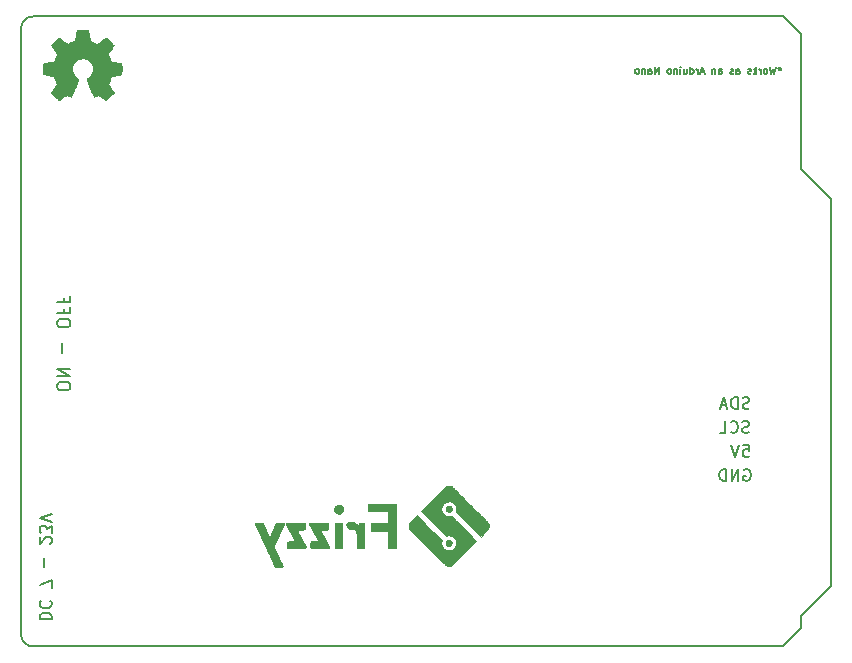
<source format=gbr>
%TF.GenerationSoftware,KiCad,Pcbnew,4.0.7*%
%TF.CreationDate,2018-06-08T10:12:50+02:00*%
%TF.ProjectId,Grape,47726170652E6B696361645F70636200,rev?*%
%TF.FileFunction,Legend,Bot*%
%FSLAX46Y46*%
G04 Gerber Fmt 4.6, Leading zero omitted, Abs format (unit mm)*
G04 Created by KiCad (PCBNEW 4.0.7) date 06/08/18 10:12:50*
%MOMM*%
%LPD*%
G01*
G04 APERTURE LIST*
%ADD10C,0.150000*%
%ADD11C,0.127000*%
%ADD12C,0.200000*%
%ADD13C,0.010000*%
G04 APERTURE END LIST*
D10*
D11*
X176276000Y-114300000D02*
X112776000Y-114300000D01*
X177800000Y-112776000D02*
X177800000Y-111760000D01*
X177800000Y-112776000D02*
X176276000Y-114300000D01*
X176276000Y-60960000D02*
X112776000Y-60960000D01*
X111760000Y-61976000D02*
X111760000Y-113284000D01*
X111760000Y-113284000D02*
G75*
G03X112776000Y-114300000I1016000J0D01*
G01*
X112776000Y-60960000D02*
G75*
G03X111760000Y-61976000I0J-1016000D01*
G01*
X175983142Y-65203429D02*
X175983142Y-65346286D01*
X176125999Y-65289143D02*
X175983142Y-65346286D01*
X175840284Y-65289143D01*
X176068856Y-65460571D02*
X175983142Y-65346286D01*
X175897427Y-65460571D01*
X175668856Y-65203429D02*
X175525999Y-65803429D01*
X175411713Y-65374857D01*
X175297427Y-65803429D01*
X175154570Y-65203429D01*
X174840285Y-65803429D02*
X174897427Y-65774857D01*
X174925999Y-65746286D01*
X174954570Y-65689143D01*
X174954570Y-65517714D01*
X174925999Y-65460571D01*
X174897427Y-65432000D01*
X174840285Y-65403429D01*
X174754570Y-65403429D01*
X174697427Y-65432000D01*
X174668856Y-65460571D01*
X174640285Y-65517714D01*
X174640285Y-65689143D01*
X174668856Y-65746286D01*
X174697427Y-65774857D01*
X174754570Y-65803429D01*
X174840285Y-65803429D01*
X174383142Y-65803429D02*
X174383142Y-65403429D01*
X174383142Y-65517714D02*
X174354570Y-65460571D01*
X174325999Y-65432000D01*
X174268856Y-65403429D01*
X174211713Y-65403429D01*
X174011713Y-65803429D02*
X174011713Y-65203429D01*
X173954570Y-65574857D02*
X173783141Y-65803429D01*
X173783141Y-65403429D02*
X174011713Y-65632000D01*
X173554570Y-65774857D02*
X173497427Y-65803429D01*
X173383142Y-65803429D01*
X173325999Y-65774857D01*
X173297427Y-65717714D01*
X173297427Y-65689143D01*
X173325999Y-65632000D01*
X173383142Y-65603429D01*
X173468856Y-65603429D01*
X173525999Y-65574857D01*
X173554570Y-65517714D01*
X173554570Y-65489143D01*
X173525999Y-65432000D01*
X173468856Y-65403429D01*
X173383142Y-65403429D01*
X173325999Y-65432000D01*
X172325999Y-65803429D02*
X172325999Y-65489143D01*
X172354570Y-65432000D01*
X172411713Y-65403429D01*
X172525999Y-65403429D01*
X172583142Y-65432000D01*
X172325999Y-65774857D02*
X172383142Y-65803429D01*
X172525999Y-65803429D01*
X172583142Y-65774857D01*
X172611713Y-65717714D01*
X172611713Y-65660571D01*
X172583142Y-65603429D01*
X172525999Y-65574857D01*
X172383142Y-65574857D01*
X172325999Y-65546286D01*
X172068856Y-65774857D02*
X172011713Y-65803429D01*
X171897428Y-65803429D01*
X171840285Y-65774857D01*
X171811713Y-65717714D01*
X171811713Y-65689143D01*
X171840285Y-65632000D01*
X171897428Y-65603429D01*
X171983142Y-65603429D01*
X172040285Y-65574857D01*
X172068856Y-65517714D01*
X172068856Y-65489143D01*
X172040285Y-65432000D01*
X171983142Y-65403429D01*
X171897428Y-65403429D01*
X171840285Y-65432000D01*
X170840285Y-65803429D02*
X170840285Y-65489143D01*
X170868856Y-65432000D01*
X170925999Y-65403429D01*
X171040285Y-65403429D01*
X171097428Y-65432000D01*
X170840285Y-65774857D02*
X170897428Y-65803429D01*
X171040285Y-65803429D01*
X171097428Y-65774857D01*
X171125999Y-65717714D01*
X171125999Y-65660571D01*
X171097428Y-65603429D01*
X171040285Y-65574857D01*
X170897428Y-65574857D01*
X170840285Y-65546286D01*
X170554571Y-65403429D02*
X170554571Y-65803429D01*
X170554571Y-65460571D02*
X170525999Y-65432000D01*
X170468857Y-65403429D01*
X170383142Y-65403429D01*
X170325999Y-65432000D01*
X170297428Y-65489143D01*
X170297428Y-65803429D01*
X169583142Y-65632000D02*
X169297428Y-65632000D01*
X169640285Y-65803429D02*
X169440285Y-65203429D01*
X169240285Y-65803429D01*
X169040285Y-65803429D02*
X169040285Y-65403429D01*
X169040285Y-65517714D02*
X169011713Y-65460571D01*
X168983142Y-65432000D01*
X168925999Y-65403429D01*
X168868856Y-65403429D01*
X168411713Y-65803429D02*
X168411713Y-65203429D01*
X168411713Y-65774857D02*
X168468856Y-65803429D01*
X168583142Y-65803429D01*
X168640284Y-65774857D01*
X168668856Y-65746286D01*
X168697427Y-65689143D01*
X168697427Y-65517714D01*
X168668856Y-65460571D01*
X168640284Y-65432000D01*
X168583142Y-65403429D01*
X168468856Y-65403429D01*
X168411713Y-65432000D01*
X167868856Y-65403429D02*
X167868856Y-65803429D01*
X168125999Y-65403429D02*
X168125999Y-65717714D01*
X168097427Y-65774857D01*
X168040285Y-65803429D01*
X167954570Y-65803429D01*
X167897427Y-65774857D01*
X167868856Y-65746286D01*
X167583142Y-65803429D02*
X167583142Y-65403429D01*
X167583142Y-65203429D02*
X167611713Y-65232000D01*
X167583142Y-65260571D01*
X167554570Y-65232000D01*
X167583142Y-65203429D01*
X167583142Y-65260571D01*
X167297428Y-65403429D02*
X167297428Y-65803429D01*
X167297428Y-65460571D02*
X167268856Y-65432000D01*
X167211714Y-65403429D01*
X167125999Y-65403429D01*
X167068856Y-65432000D01*
X167040285Y-65489143D01*
X167040285Y-65803429D01*
X166668857Y-65803429D02*
X166725999Y-65774857D01*
X166754571Y-65746286D01*
X166783142Y-65689143D01*
X166783142Y-65517714D01*
X166754571Y-65460571D01*
X166725999Y-65432000D01*
X166668857Y-65403429D01*
X166583142Y-65403429D01*
X166525999Y-65432000D01*
X166497428Y-65460571D01*
X166468857Y-65517714D01*
X166468857Y-65689143D01*
X166497428Y-65746286D01*
X166525999Y-65774857D01*
X166583142Y-65803429D01*
X166668857Y-65803429D01*
X165754571Y-65803429D02*
X165754571Y-65203429D01*
X165411714Y-65803429D01*
X165411714Y-65203429D01*
X164868857Y-65803429D02*
X164868857Y-65489143D01*
X164897428Y-65432000D01*
X164954571Y-65403429D01*
X165068857Y-65403429D01*
X165126000Y-65432000D01*
X164868857Y-65774857D02*
X164926000Y-65803429D01*
X165068857Y-65803429D01*
X165126000Y-65774857D01*
X165154571Y-65717714D01*
X165154571Y-65660571D01*
X165126000Y-65603429D01*
X165068857Y-65574857D01*
X164926000Y-65574857D01*
X164868857Y-65546286D01*
X164583143Y-65403429D02*
X164583143Y-65803429D01*
X164583143Y-65460571D02*
X164554571Y-65432000D01*
X164497429Y-65403429D01*
X164411714Y-65403429D01*
X164354571Y-65432000D01*
X164326000Y-65489143D01*
X164326000Y-65803429D01*
X163954572Y-65803429D02*
X164011714Y-65774857D01*
X164040286Y-65746286D01*
X164068857Y-65689143D01*
X164068857Y-65517714D01*
X164040286Y-65460571D01*
X164011714Y-65432000D01*
X163954572Y-65403429D01*
X163868857Y-65403429D01*
X163811714Y-65432000D01*
X163783143Y-65460571D01*
X163754572Y-65517714D01*
X163754572Y-65689143D01*
X163783143Y-65746286D01*
X163811714Y-65774857D01*
X163868857Y-65803429D01*
X163954572Y-65803429D01*
X172973904Y-99322000D02*
X173069142Y-99274381D01*
X173211999Y-99274381D01*
X173354857Y-99322000D01*
X173450095Y-99417238D01*
X173497714Y-99512476D01*
X173545333Y-99702952D01*
X173545333Y-99845810D01*
X173497714Y-100036286D01*
X173450095Y-100131524D01*
X173354857Y-100226762D01*
X173211999Y-100274381D01*
X173116761Y-100274381D01*
X172973904Y-100226762D01*
X172926285Y-100179143D01*
X172926285Y-99845810D01*
X173116761Y-99845810D01*
X172497714Y-100274381D02*
X172497714Y-99274381D01*
X171926285Y-100274381D01*
X171926285Y-99274381D01*
X171450095Y-100274381D02*
X171450095Y-99274381D01*
X171212000Y-99274381D01*
X171069142Y-99322000D01*
X170973904Y-99417238D01*
X170926285Y-99512476D01*
X170878666Y-99702952D01*
X170878666Y-99845810D01*
X170926285Y-100036286D01*
X170973904Y-100131524D01*
X171069142Y-100226762D01*
X171212000Y-100274381D01*
X171450095Y-100274381D01*
X172910476Y-97242381D02*
X173386667Y-97242381D01*
X173434286Y-97718571D01*
X173386667Y-97670952D01*
X173291429Y-97623333D01*
X173053333Y-97623333D01*
X172958095Y-97670952D01*
X172910476Y-97718571D01*
X172862857Y-97813810D01*
X172862857Y-98051905D01*
X172910476Y-98147143D01*
X172958095Y-98194762D01*
X173053333Y-98242381D01*
X173291429Y-98242381D01*
X173386667Y-98194762D01*
X173434286Y-98147143D01*
X172577143Y-97242381D02*
X172243810Y-98242381D01*
X171910476Y-97242381D01*
X173402476Y-96162762D02*
X173259619Y-96210381D01*
X173021523Y-96210381D01*
X172926285Y-96162762D01*
X172878666Y-96115143D01*
X172831047Y-96019905D01*
X172831047Y-95924667D01*
X172878666Y-95829429D01*
X172926285Y-95781810D01*
X173021523Y-95734190D01*
X173212000Y-95686571D01*
X173307238Y-95638952D01*
X173354857Y-95591333D01*
X173402476Y-95496095D01*
X173402476Y-95400857D01*
X173354857Y-95305619D01*
X173307238Y-95258000D01*
X173212000Y-95210381D01*
X172973904Y-95210381D01*
X172831047Y-95258000D01*
X171831047Y-96115143D02*
X171878666Y-96162762D01*
X172021523Y-96210381D01*
X172116761Y-96210381D01*
X172259619Y-96162762D01*
X172354857Y-96067524D01*
X172402476Y-95972286D01*
X172450095Y-95781810D01*
X172450095Y-95638952D01*
X172402476Y-95448476D01*
X172354857Y-95353238D01*
X172259619Y-95258000D01*
X172116761Y-95210381D01*
X172021523Y-95210381D01*
X171878666Y-95258000D01*
X171831047Y-95305619D01*
X170926285Y-96210381D02*
X171402476Y-96210381D01*
X171402476Y-95210381D01*
X173426286Y-94130762D02*
X173283429Y-94178381D01*
X173045333Y-94178381D01*
X172950095Y-94130762D01*
X172902476Y-94083143D01*
X172854857Y-93987905D01*
X172854857Y-93892667D01*
X172902476Y-93797429D01*
X172950095Y-93749810D01*
X173045333Y-93702190D01*
X173235810Y-93654571D01*
X173331048Y-93606952D01*
X173378667Y-93559333D01*
X173426286Y-93464095D01*
X173426286Y-93368857D01*
X173378667Y-93273619D01*
X173331048Y-93226000D01*
X173235810Y-93178381D01*
X172997714Y-93178381D01*
X172854857Y-93226000D01*
X172426286Y-94178381D02*
X172426286Y-93178381D01*
X172188191Y-93178381D01*
X172045333Y-93226000D01*
X171950095Y-93321238D01*
X171902476Y-93416476D01*
X171854857Y-93606952D01*
X171854857Y-93749810D01*
X171902476Y-93940286D01*
X171950095Y-94035524D01*
X172045333Y-94130762D01*
X172188191Y-94178381D01*
X172426286Y-94178381D01*
X171473905Y-93892667D02*
X170997714Y-93892667D01*
X171569143Y-94178381D02*
X171235810Y-93178381D01*
X170902476Y-94178381D01*
D12*
X113339619Y-112013453D02*
X114339619Y-112013453D01*
X114339619Y-111775358D01*
X114292000Y-111632500D01*
X114196762Y-111537262D01*
X114101524Y-111489643D01*
X113911048Y-111442024D01*
X113768190Y-111442024D01*
X113577714Y-111489643D01*
X113482476Y-111537262D01*
X113387238Y-111632500D01*
X113339619Y-111775358D01*
X113339619Y-112013453D01*
X113434857Y-110442024D02*
X113387238Y-110489643D01*
X113339619Y-110632500D01*
X113339619Y-110727738D01*
X113387238Y-110870596D01*
X113482476Y-110965834D01*
X113577714Y-111013453D01*
X113768190Y-111061072D01*
X113911048Y-111061072D01*
X114101524Y-111013453D01*
X114196762Y-110965834D01*
X114292000Y-110870596D01*
X114339619Y-110727738D01*
X114339619Y-110632500D01*
X114292000Y-110489643D01*
X114244381Y-110442024D01*
X114339619Y-109346786D02*
X114339619Y-108680119D01*
X113339619Y-109108691D01*
X113720571Y-107537262D02*
X113720571Y-106775357D01*
X114244381Y-105584881D02*
X114292000Y-105537262D01*
X114339619Y-105442024D01*
X114339619Y-105203928D01*
X114292000Y-105108690D01*
X114244381Y-105061071D01*
X114149143Y-105013452D01*
X114053905Y-105013452D01*
X113911048Y-105061071D01*
X113339619Y-105632500D01*
X113339619Y-105013452D01*
X114339619Y-104680119D02*
X114339619Y-104061071D01*
X113958667Y-104394405D01*
X113958667Y-104251547D01*
X113911048Y-104156309D01*
X113863429Y-104108690D01*
X113768190Y-104061071D01*
X113530095Y-104061071D01*
X113434857Y-104108690D01*
X113387238Y-104156309D01*
X113339619Y-104251547D01*
X113339619Y-104537262D01*
X113387238Y-104632500D01*
X113434857Y-104680119D01*
X114339619Y-103775357D02*
X113339619Y-103442024D01*
X114339619Y-103108690D01*
X115918381Y-92365047D02*
X115918381Y-92155524D01*
X115866000Y-92050762D01*
X115761238Y-91946000D01*
X115551714Y-91893619D01*
X115185048Y-91893619D01*
X114975524Y-91946000D01*
X114870762Y-92050762D01*
X114818381Y-92155524D01*
X114818381Y-92365047D01*
X114870762Y-92469809D01*
X114975524Y-92574571D01*
X115185048Y-92626952D01*
X115551714Y-92626952D01*
X115761238Y-92574571D01*
X115866000Y-92469809D01*
X115918381Y-92365047D01*
X114818381Y-91422190D02*
X115918381Y-91422190D01*
X114818381Y-90793619D01*
X115918381Y-90793619D01*
X115237429Y-89431714D02*
X115237429Y-88593619D01*
X115918381Y-87022190D02*
X115918381Y-86812667D01*
X115866000Y-86707905D01*
X115761238Y-86603143D01*
X115551714Y-86550762D01*
X115185048Y-86550762D01*
X114975524Y-86603143D01*
X114870762Y-86707905D01*
X114818381Y-86812667D01*
X114818381Y-87022190D01*
X114870762Y-87126952D01*
X114975524Y-87231714D01*
X115185048Y-87284095D01*
X115551714Y-87284095D01*
X115761238Y-87231714D01*
X115866000Y-87126952D01*
X115918381Y-87022190D01*
X115394571Y-85712667D02*
X115394571Y-86079333D01*
X114818381Y-86079333D02*
X115918381Y-86079333D01*
X115918381Y-85555524D01*
X115394571Y-84769810D02*
X115394571Y-85136476D01*
X114818381Y-85136476D02*
X115918381Y-85136476D01*
X115918381Y-84612667D01*
D11*
X180340000Y-109220000D02*
X177800000Y-111760000D01*
X180340000Y-76454000D02*
X180340000Y-109220000D01*
X177800000Y-73914000D02*
X180340000Y-76454000D01*
X177800000Y-62484000D02*
X177800000Y-73914000D01*
X176276000Y-60960000D02*
X177800000Y-62484000D01*
D13*
G36*
X116411186Y-62556431D02*
X116327365Y-63001055D01*
X116018080Y-63128553D01*
X115708794Y-63256051D01*
X115337754Y-63003746D01*
X115233843Y-62933496D01*
X115139913Y-62870772D01*
X115060348Y-62818438D01*
X114999530Y-62779357D01*
X114961843Y-62756393D01*
X114951579Y-62751442D01*
X114933090Y-62764176D01*
X114893580Y-62799382D01*
X114837478Y-62852562D01*
X114769213Y-62919218D01*
X114693214Y-62994854D01*
X114613908Y-63074972D01*
X114535725Y-63155074D01*
X114463093Y-63230664D01*
X114400441Y-63297245D01*
X114352197Y-63350318D01*
X114322790Y-63385387D01*
X114315759Y-63397123D01*
X114325877Y-63418760D01*
X114354241Y-63466162D01*
X114397871Y-63534693D01*
X114453782Y-63619715D01*
X114518994Y-63716593D01*
X114556781Y-63771850D01*
X114625657Y-63872748D01*
X114686860Y-63963799D01*
X114737422Y-64040470D01*
X114774372Y-64098228D01*
X114794742Y-64132543D01*
X114797803Y-64139754D01*
X114790864Y-64160248D01*
X114771949Y-64208013D01*
X114743913Y-64276332D01*
X114709609Y-64358489D01*
X114671891Y-64447770D01*
X114633613Y-64537458D01*
X114597630Y-64620838D01*
X114566794Y-64691194D01*
X114543961Y-64741810D01*
X114531983Y-64765971D01*
X114531276Y-64766922D01*
X114512469Y-64771536D01*
X114462382Y-64781828D01*
X114386207Y-64796787D01*
X114289135Y-64815401D01*
X114176357Y-64836659D01*
X114110558Y-64848918D01*
X113990050Y-64871862D01*
X113881203Y-64893695D01*
X113789524Y-64913222D01*
X113720519Y-64929248D01*
X113679696Y-64940579D01*
X113671489Y-64944174D01*
X113663452Y-64968506D01*
X113656967Y-65023459D01*
X113652030Y-65102608D01*
X113648636Y-65199526D01*
X113646782Y-65307787D01*
X113646462Y-65420965D01*
X113647673Y-65532635D01*
X113650410Y-65636368D01*
X113654669Y-65725741D01*
X113660445Y-65794326D01*
X113667733Y-65835697D01*
X113672105Y-65844310D01*
X113698236Y-65854633D01*
X113753607Y-65869392D01*
X113830893Y-65886852D01*
X113922770Y-65905280D01*
X113954842Y-65911241D01*
X114109476Y-65939566D01*
X114231625Y-65962376D01*
X114325327Y-65980580D01*
X114394616Y-65995083D01*
X114443529Y-66006792D01*
X114476103Y-66016615D01*
X114496372Y-66025456D01*
X114508374Y-66034224D01*
X114510053Y-66035957D01*
X114526816Y-66063871D01*
X114552386Y-66118195D01*
X114584212Y-66192277D01*
X114619740Y-66279465D01*
X114656417Y-66373108D01*
X114691689Y-66466552D01*
X114723004Y-66553147D01*
X114747807Y-66626240D01*
X114763546Y-66679178D01*
X114767668Y-66705311D01*
X114767324Y-66706226D01*
X114753359Y-66727586D01*
X114721678Y-66774584D01*
X114675609Y-66842327D01*
X114618482Y-66925923D01*
X114553627Y-67020482D01*
X114535157Y-67047354D01*
X114469301Y-67144775D01*
X114411350Y-67233663D01*
X114364462Y-67308912D01*
X114331793Y-67365420D01*
X114316500Y-67398081D01*
X114315759Y-67402093D01*
X114328608Y-67423184D01*
X114364112Y-67464964D01*
X114417707Y-67522945D01*
X114484829Y-67592635D01*
X114560913Y-67669545D01*
X114641396Y-67749183D01*
X114721713Y-67827061D01*
X114797301Y-67898686D01*
X114863595Y-67959570D01*
X114916031Y-68005221D01*
X114950045Y-68031150D01*
X114959455Y-68035383D01*
X114981357Y-68025412D01*
X115026200Y-67998520D01*
X115086679Y-67959236D01*
X115133211Y-67927617D01*
X115217525Y-67869598D01*
X115317374Y-67801284D01*
X115417527Y-67733079D01*
X115471373Y-67696575D01*
X115653629Y-67573300D01*
X115806619Y-67656020D01*
X115876318Y-67692259D01*
X115935586Y-67720426D01*
X115975689Y-67736491D01*
X115985897Y-67738726D01*
X115998171Y-67722222D01*
X116022387Y-67675582D01*
X116056737Y-67603109D01*
X116099412Y-67509106D01*
X116148606Y-67397874D01*
X116202510Y-67273715D01*
X116259316Y-67140932D01*
X116317218Y-67003827D01*
X116374407Y-66866702D01*
X116429076Y-66733858D01*
X116479416Y-66609598D01*
X116523620Y-66498225D01*
X116559881Y-66404039D01*
X116586391Y-66331344D01*
X116601342Y-66284441D01*
X116603746Y-66268333D01*
X116584689Y-66247786D01*
X116542964Y-66214433D01*
X116487294Y-66175202D01*
X116482622Y-66172099D01*
X116338736Y-66056923D01*
X116222717Y-65922553D01*
X116135570Y-65773284D01*
X116078301Y-65613413D01*
X116051914Y-65447237D01*
X116057415Y-65279052D01*
X116095810Y-65113155D01*
X116168105Y-64953842D01*
X116189374Y-64918987D01*
X116300004Y-64778237D01*
X116430698Y-64665214D01*
X116576936Y-64580503D01*
X116734192Y-64524694D01*
X116897943Y-64498374D01*
X117063667Y-64502130D01*
X117226838Y-64536550D01*
X117382935Y-64602223D01*
X117527433Y-64699735D01*
X117572131Y-64739313D01*
X117685888Y-64863203D01*
X117768782Y-64993624D01*
X117825644Y-65139815D01*
X117857313Y-65284588D01*
X117865131Y-65447360D01*
X117839062Y-65610940D01*
X117781755Y-65769798D01*
X117695856Y-65918406D01*
X117584014Y-66051235D01*
X117448877Y-66162756D01*
X117431117Y-66174511D01*
X117374850Y-66213008D01*
X117332077Y-66246363D01*
X117311628Y-66267660D01*
X117311331Y-66268333D01*
X117315721Y-66291371D01*
X117333124Y-66343657D01*
X117361732Y-66420890D01*
X117399735Y-66518768D01*
X117445326Y-66632991D01*
X117496697Y-66759258D01*
X117552038Y-66893267D01*
X117609542Y-67030718D01*
X117667399Y-67167308D01*
X117723802Y-67298737D01*
X117776942Y-67420705D01*
X117825010Y-67528909D01*
X117866199Y-67619049D01*
X117898699Y-67686823D01*
X117920703Y-67727930D01*
X117929564Y-67738726D01*
X117956640Y-67730319D01*
X118007303Y-67707772D01*
X118072817Y-67675113D01*
X118108841Y-67656020D01*
X118261832Y-67573300D01*
X118444088Y-67696575D01*
X118537125Y-67759728D01*
X118638985Y-67829227D01*
X118734438Y-67894665D01*
X118782250Y-67927617D01*
X118849495Y-67972773D01*
X118906436Y-68008557D01*
X118945646Y-68030438D01*
X118958381Y-68035063D01*
X118976917Y-68022585D01*
X119017941Y-67987752D01*
X119077475Y-67934178D01*
X119151542Y-67865483D01*
X119236165Y-67785281D01*
X119289685Y-67733786D01*
X119383319Y-67641786D01*
X119464241Y-67559499D01*
X119529177Y-67490445D01*
X119574858Y-67438144D01*
X119598011Y-67406116D01*
X119600232Y-67399616D01*
X119589924Y-67374894D01*
X119561439Y-67324905D01*
X119517937Y-67254712D01*
X119462577Y-67169375D01*
X119398520Y-67073956D01*
X119380303Y-67047354D01*
X119313927Y-66950667D01*
X119254378Y-66863617D01*
X119204984Y-66791095D01*
X119169075Y-66737993D01*
X119149981Y-66709203D01*
X119148136Y-66706226D01*
X119150895Y-66683282D01*
X119165538Y-66632836D01*
X119189513Y-66561541D01*
X119220266Y-66476047D01*
X119255244Y-66383007D01*
X119291893Y-66289074D01*
X119327661Y-66200899D01*
X119359994Y-66125134D01*
X119386338Y-66068431D01*
X119404142Y-66037443D01*
X119405407Y-66035957D01*
X119416294Y-66027101D01*
X119434682Y-66018343D01*
X119464606Y-66008777D01*
X119510103Y-65997496D01*
X119575209Y-65983593D01*
X119663961Y-65966163D01*
X119780393Y-65944298D01*
X119928542Y-65917091D01*
X119960618Y-65911241D01*
X120055686Y-65892874D01*
X120138565Y-65874905D01*
X120201930Y-65859069D01*
X120238458Y-65847100D01*
X120243356Y-65844310D01*
X120251427Y-65819572D01*
X120257987Y-65764290D01*
X120263033Y-65684889D01*
X120266559Y-65587796D01*
X120268561Y-65479438D01*
X120269036Y-65366240D01*
X120267977Y-65254628D01*
X120265382Y-65151029D01*
X120261246Y-65061868D01*
X120255563Y-64993572D01*
X120248331Y-64952566D01*
X120243971Y-64944174D01*
X120219698Y-64935708D01*
X120164426Y-64921935D01*
X120083662Y-64904050D01*
X119982912Y-64883248D01*
X119867683Y-64860723D01*
X119804902Y-64848918D01*
X119685787Y-64826651D01*
X119579565Y-64806479D01*
X119491427Y-64789415D01*
X119426566Y-64776469D01*
X119390174Y-64768655D01*
X119384184Y-64766922D01*
X119374061Y-64747390D01*
X119352662Y-64700343D01*
X119322839Y-64632503D01*
X119287445Y-64550591D01*
X119249332Y-64461328D01*
X119211353Y-64371435D01*
X119176360Y-64287635D01*
X119147206Y-64216647D01*
X119126743Y-64165194D01*
X119117823Y-64139997D01*
X119117657Y-64138896D01*
X119127769Y-64119019D01*
X119156117Y-64073277D01*
X119199723Y-64006217D01*
X119255606Y-63922384D01*
X119320787Y-63826326D01*
X119358679Y-63771150D01*
X119427725Y-63669981D01*
X119489050Y-63578130D01*
X119539663Y-63500244D01*
X119576571Y-63440969D01*
X119596782Y-63404951D01*
X119599701Y-63396877D01*
X119587153Y-63378084D01*
X119552463Y-63337957D01*
X119500063Y-63280993D01*
X119434384Y-63211685D01*
X119359856Y-63134531D01*
X119280913Y-63054025D01*
X119201983Y-62974663D01*
X119127500Y-62900940D01*
X119061894Y-62837352D01*
X119009596Y-62788394D01*
X118975039Y-62758561D01*
X118963478Y-62751442D01*
X118944654Y-62761453D01*
X118899631Y-62789578D01*
X118832787Y-62832954D01*
X118748499Y-62888718D01*
X118651144Y-62954006D01*
X118577707Y-63003746D01*
X118206667Y-63256051D01*
X117588095Y-63001055D01*
X117504275Y-62556431D01*
X117420454Y-62111807D01*
X116495006Y-62111807D01*
X116411186Y-62556431D01*
X116411186Y-62556431D01*
G37*
X116411186Y-62556431D02*
X116327365Y-63001055D01*
X116018080Y-63128553D01*
X115708794Y-63256051D01*
X115337754Y-63003746D01*
X115233843Y-62933496D01*
X115139913Y-62870772D01*
X115060348Y-62818438D01*
X114999530Y-62779357D01*
X114961843Y-62756393D01*
X114951579Y-62751442D01*
X114933090Y-62764176D01*
X114893580Y-62799382D01*
X114837478Y-62852562D01*
X114769213Y-62919218D01*
X114693214Y-62994854D01*
X114613908Y-63074972D01*
X114535725Y-63155074D01*
X114463093Y-63230664D01*
X114400441Y-63297245D01*
X114352197Y-63350318D01*
X114322790Y-63385387D01*
X114315759Y-63397123D01*
X114325877Y-63418760D01*
X114354241Y-63466162D01*
X114397871Y-63534693D01*
X114453782Y-63619715D01*
X114518994Y-63716593D01*
X114556781Y-63771850D01*
X114625657Y-63872748D01*
X114686860Y-63963799D01*
X114737422Y-64040470D01*
X114774372Y-64098228D01*
X114794742Y-64132543D01*
X114797803Y-64139754D01*
X114790864Y-64160248D01*
X114771949Y-64208013D01*
X114743913Y-64276332D01*
X114709609Y-64358489D01*
X114671891Y-64447770D01*
X114633613Y-64537458D01*
X114597630Y-64620838D01*
X114566794Y-64691194D01*
X114543961Y-64741810D01*
X114531983Y-64765971D01*
X114531276Y-64766922D01*
X114512469Y-64771536D01*
X114462382Y-64781828D01*
X114386207Y-64796787D01*
X114289135Y-64815401D01*
X114176357Y-64836659D01*
X114110558Y-64848918D01*
X113990050Y-64871862D01*
X113881203Y-64893695D01*
X113789524Y-64913222D01*
X113720519Y-64929248D01*
X113679696Y-64940579D01*
X113671489Y-64944174D01*
X113663452Y-64968506D01*
X113656967Y-65023459D01*
X113652030Y-65102608D01*
X113648636Y-65199526D01*
X113646782Y-65307787D01*
X113646462Y-65420965D01*
X113647673Y-65532635D01*
X113650410Y-65636368D01*
X113654669Y-65725741D01*
X113660445Y-65794326D01*
X113667733Y-65835697D01*
X113672105Y-65844310D01*
X113698236Y-65854633D01*
X113753607Y-65869392D01*
X113830893Y-65886852D01*
X113922770Y-65905280D01*
X113954842Y-65911241D01*
X114109476Y-65939566D01*
X114231625Y-65962376D01*
X114325327Y-65980580D01*
X114394616Y-65995083D01*
X114443529Y-66006792D01*
X114476103Y-66016615D01*
X114496372Y-66025456D01*
X114508374Y-66034224D01*
X114510053Y-66035957D01*
X114526816Y-66063871D01*
X114552386Y-66118195D01*
X114584212Y-66192277D01*
X114619740Y-66279465D01*
X114656417Y-66373108D01*
X114691689Y-66466552D01*
X114723004Y-66553147D01*
X114747807Y-66626240D01*
X114763546Y-66679178D01*
X114767668Y-66705311D01*
X114767324Y-66706226D01*
X114753359Y-66727586D01*
X114721678Y-66774584D01*
X114675609Y-66842327D01*
X114618482Y-66925923D01*
X114553627Y-67020482D01*
X114535157Y-67047354D01*
X114469301Y-67144775D01*
X114411350Y-67233663D01*
X114364462Y-67308912D01*
X114331793Y-67365420D01*
X114316500Y-67398081D01*
X114315759Y-67402093D01*
X114328608Y-67423184D01*
X114364112Y-67464964D01*
X114417707Y-67522945D01*
X114484829Y-67592635D01*
X114560913Y-67669545D01*
X114641396Y-67749183D01*
X114721713Y-67827061D01*
X114797301Y-67898686D01*
X114863595Y-67959570D01*
X114916031Y-68005221D01*
X114950045Y-68031150D01*
X114959455Y-68035383D01*
X114981357Y-68025412D01*
X115026200Y-67998520D01*
X115086679Y-67959236D01*
X115133211Y-67927617D01*
X115217525Y-67869598D01*
X115317374Y-67801284D01*
X115417527Y-67733079D01*
X115471373Y-67696575D01*
X115653629Y-67573300D01*
X115806619Y-67656020D01*
X115876318Y-67692259D01*
X115935586Y-67720426D01*
X115975689Y-67736491D01*
X115985897Y-67738726D01*
X115998171Y-67722222D01*
X116022387Y-67675582D01*
X116056737Y-67603109D01*
X116099412Y-67509106D01*
X116148606Y-67397874D01*
X116202510Y-67273715D01*
X116259316Y-67140932D01*
X116317218Y-67003827D01*
X116374407Y-66866702D01*
X116429076Y-66733858D01*
X116479416Y-66609598D01*
X116523620Y-66498225D01*
X116559881Y-66404039D01*
X116586391Y-66331344D01*
X116601342Y-66284441D01*
X116603746Y-66268333D01*
X116584689Y-66247786D01*
X116542964Y-66214433D01*
X116487294Y-66175202D01*
X116482622Y-66172099D01*
X116338736Y-66056923D01*
X116222717Y-65922553D01*
X116135570Y-65773284D01*
X116078301Y-65613413D01*
X116051914Y-65447237D01*
X116057415Y-65279052D01*
X116095810Y-65113155D01*
X116168105Y-64953842D01*
X116189374Y-64918987D01*
X116300004Y-64778237D01*
X116430698Y-64665214D01*
X116576936Y-64580503D01*
X116734192Y-64524694D01*
X116897943Y-64498374D01*
X117063667Y-64502130D01*
X117226838Y-64536550D01*
X117382935Y-64602223D01*
X117527433Y-64699735D01*
X117572131Y-64739313D01*
X117685888Y-64863203D01*
X117768782Y-64993624D01*
X117825644Y-65139815D01*
X117857313Y-65284588D01*
X117865131Y-65447360D01*
X117839062Y-65610940D01*
X117781755Y-65769798D01*
X117695856Y-65918406D01*
X117584014Y-66051235D01*
X117448877Y-66162756D01*
X117431117Y-66174511D01*
X117374850Y-66213008D01*
X117332077Y-66246363D01*
X117311628Y-66267660D01*
X117311331Y-66268333D01*
X117315721Y-66291371D01*
X117333124Y-66343657D01*
X117361732Y-66420890D01*
X117399735Y-66518768D01*
X117445326Y-66632991D01*
X117496697Y-66759258D01*
X117552038Y-66893267D01*
X117609542Y-67030718D01*
X117667399Y-67167308D01*
X117723802Y-67298737D01*
X117776942Y-67420705D01*
X117825010Y-67528909D01*
X117866199Y-67619049D01*
X117898699Y-67686823D01*
X117920703Y-67727930D01*
X117929564Y-67738726D01*
X117956640Y-67730319D01*
X118007303Y-67707772D01*
X118072817Y-67675113D01*
X118108841Y-67656020D01*
X118261832Y-67573300D01*
X118444088Y-67696575D01*
X118537125Y-67759728D01*
X118638985Y-67829227D01*
X118734438Y-67894665D01*
X118782250Y-67927617D01*
X118849495Y-67972773D01*
X118906436Y-68008557D01*
X118945646Y-68030438D01*
X118958381Y-68035063D01*
X118976917Y-68022585D01*
X119017941Y-67987752D01*
X119077475Y-67934178D01*
X119151542Y-67865483D01*
X119236165Y-67785281D01*
X119289685Y-67733786D01*
X119383319Y-67641786D01*
X119464241Y-67559499D01*
X119529177Y-67490445D01*
X119574858Y-67438144D01*
X119598011Y-67406116D01*
X119600232Y-67399616D01*
X119589924Y-67374894D01*
X119561439Y-67324905D01*
X119517937Y-67254712D01*
X119462577Y-67169375D01*
X119398520Y-67073956D01*
X119380303Y-67047354D01*
X119313927Y-66950667D01*
X119254378Y-66863617D01*
X119204984Y-66791095D01*
X119169075Y-66737993D01*
X119149981Y-66709203D01*
X119148136Y-66706226D01*
X119150895Y-66683282D01*
X119165538Y-66632836D01*
X119189513Y-66561541D01*
X119220266Y-66476047D01*
X119255244Y-66383007D01*
X119291893Y-66289074D01*
X119327661Y-66200899D01*
X119359994Y-66125134D01*
X119386338Y-66068431D01*
X119404142Y-66037443D01*
X119405407Y-66035957D01*
X119416294Y-66027101D01*
X119434682Y-66018343D01*
X119464606Y-66008777D01*
X119510103Y-65997496D01*
X119575209Y-65983593D01*
X119663961Y-65966163D01*
X119780393Y-65944298D01*
X119928542Y-65917091D01*
X119960618Y-65911241D01*
X120055686Y-65892874D01*
X120138565Y-65874905D01*
X120201930Y-65859069D01*
X120238458Y-65847100D01*
X120243356Y-65844310D01*
X120251427Y-65819572D01*
X120257987Y-65764290D01*
X120263033Y-65684889D01*
X120266559Y-65587796D01*
X120268561Y-65479438D01*
X120269036Y-65366240D01*
X120267977Y-65254628D01*
X120265382Y-65151029D01*
X120261246Y-65061868D01*
X120255563Y-64993572D01*
X120248331Y-64952566D01*
X120243971Y-64944174D01*
X120219698Y-64935708D01*
X120164426Y-64921935D01*
X120083662Y-64904050D01*
X119982912Y-64883248D01*
X119867683Y-64860723D01*
X119804902Y-64848918D01*
X119685787Y-64826651D01*
X119579565Y-64806479D01*
X119491427Y-64789415D01*
X119426566Y-64776469D01*
X119390174Y-64768655D01*
X119384184Y-64766922D01*
X119374061Y-64747390D01*
X119352662Y-64700343D01*
X119322839Y-64632503D01*
X119287445Y-64550591D01*
X119249332Y-64461328D01*
X119211353Y-64371435D01*
X119176360Y-64287635D01*
X119147206Y-64216647D01*
X119126743Y-64165194D01*
X119117823Y-64139997D01*
X119117657Y-64138896D01*
X119127769Y-64119019D01*
X119156117Y-64073277D01*
X119199723Y-64006217D01*
X119255606Y-63922384D01*
X119320787Y-63826326D01*
X119358679Y-63771150D01*
X119427725Y-63669981D01*
X119489050Y-63578130D01*
X119539663Y-63500244D01*
X119576571Y-63440969D01*
X119596782Y-63404951D01*
X119599701Y-63396877D01*
X119587153Y-63378084D01*
X119552463Y-63337957D01*
X119500063Y-63280993D01*
X119434384Y-63211685D01*
X119359856Y-63134531D01*
X119280913Y-63054025D01*
X119201983Y-62974663D01*
X119127500Y-62900940D01*
X119061894Y-62837352D01*
X119009596Y-62788394D01*
X118975039Y-62758561D01*
X118963478Y-62751442D01*
X118944654Y-62761453D01*
X118899631Y-62789578D01*
X118832787Y-62832954D01*
X118748499Y-62888718D01*
X118651144Y-62954006D01*
X118577707Y-63003746D01*
X118206667Y-63256051D01*
X117588095Y-63001055D01*
X117504275Y-62556431D01*
X117420454Y-62111807D01*
X116495006Y-62111807D01*
X116411186Y-62556431D01*
G36*
X131800702Y-103816169D02*
X131734068Y-103818723D01*
X131679618Y-103822727D01*
X131642047Y-103828220D01*
X131633059Y-103830747D01*
X131608342Y-103840841D01*
X131600331Y-103846559D01*
X131601483Y-103846933D01*
X131602409Y-103854920D01*
X131592809Y-103867005D01*
X131580832Y-103894318D01*
X131581403Y-103931642D01*
X131594299Y-103967034D01*
X131594694Y-103967660D01*
X131603338Y-103984829D01*
X131604010Y-103987600D01*
X131609785Y-104002323D01*
X131625669Y-104037643D01*
X131650625Y-104091329D01*
X131683618Y-104161152D01*
X131722037Y-104241600D01*
X131739845Y-104279428D01*
X131752317Y-104307243D01*
X131756379Y-104317800D01*
X131761862Y-104331501D01*
X131775622Y-104362058D01*
X131794930Y-104403439D01*
X131799486Y-104413050D01*
X131833580Y-104485731D01*
X131856863Y-104537750D01*
X131870143Y-104571027D01*
X131874231Y-104587486D01*
X131873771Y-104589456D01*
X131878833Y-104601349D01*
X131894644Y-104621266D01*
X131908709Y-104640147D01*
X131908550Y-104648000D01*
X131908393Y-104655853D01*
X131922457Y-104674733D01*
X131938535Y-104694419D01*
X131942583Y-104703308D01*
X131943363Y-104715645D01*
X131955779Y-104748538D01*
X131980067Y-104802548D01*
X132014106Y-104873425D01*
X132035684Y-104919015D01*
X132051110Y-104954574D01*
X132058290Y-104975112D01*
X132058029Y-104978200D01*
X132059852Y-104986099D01*
X132073650Y-105003600D01*
X132087030Y-105021877D01*
X132086350Y-105029000D01*
X132086193Y-105036853D01*
X132100257Y-105055733D01*
X132116661Y-105076554D01*
X132121130Y-105087543D01*
X132122570Y-105099244D01*
X132132954Y-105127176D01*
X132153093Y-105173262D01*
X132183796Y-105239423D01*
X132195415Y-105263950D01*
X132215592Y-105306858D01*
X132230866Y-105340222D01*
X132238484Y-105358004D01*
X132238854Y-105359200D01*
X132245136Y-105375080D01*
X132261412Y-105411311D01*
X132286538Y-105465419D01*
X132319368Y-105534928D01*
X132344587Y-105587800D01*
X132365641Y-105632248D01*
X132381836Y-105667299D01*
X132390513Y-105687167D01*
X132391272Y-105689400D01*
X132396833Y-105703299D01*
X132410317Y-105733507D01*
X132428091Y-105771950D01*
X132456197Y-105833163D01*
X132474262Y-105875777D01*
X132483922Y-105903748D01*
X132485784Y-105911650D01*
X132495570Y-105930395D01*
X132508324Y-105946575D01*
X132519945Y-105963344D01*
X132518150Y-105968800D01*
X132517813Y-105976606D01*
X132530850Y-105994200D01*
X132544230Y-106012477D01*
X132543550Y-106019600D01*
X132542738Y-106027278D01*
X132553377Y-106041825D01*
X132569037Y-106061497D01*
X132573503Y-106070400D01*
X132579231Y-106091431D01*
X132595384Y-106131365D01*
X132620480Y-106186669D01*
X132636228Y-106219625D01*
X132654255Y-106258747D01*
X132665515Y-106287096D01*
X132667750Y-106298937D01*
X132667492Y-106299000D01*
X132669417Y-106306903D01*
X132683250Y-106324400D01*
X132696630Y-106342677D01*
X132695950Y-106349800D01*
X132695613Y-106357606D01*
X132708650Y-106375200D01*
X132722030Y-106393477D01*
X132721350Y-106400600D01*
X132720538Y-106408278D01*
X132731177Y-106422825D01*
X132746837Y-106442497D01*
X132751303Y-106451400D01*
X132756881Y-106471708D01*
X132772687Y-106511381D01*
X132797385Y-106567170D01*
X132811410Y-106597450D01*
X132829730Y-106637104D01*
X132842982Y-106666870D01*
X132848193Y-106680000D01*
X132854097Y-106694520D01*
X132869651Y-106728844D01*
X132893431Y-106779916D01*
X132924011Y-106844682D01*
X132959968Y-106920085D01*
X132966637Y-106934000D01*
X132984445Y-106971828D01*
X132996917Y-106999643D01*
X133000979Y-107010200D01*
X133006462Y-107023901D01*
X133020222Y-107054458D01*
X133039530Y-107095839D01*
X133044086Y-107105450D01*
X133081203Y-107184790D01*
X133106535Y-107241868D01*
X133120050Y-107276607D01*
X133122451Y-107286364D01*
X133130721Y-107302362D01*
X133143324Y-107318175D01*
X133154945Y-107334944D01*
X133153150Y-107340400D01*
X133152813Y-107348206D01*
X133165850Y-107365800D01*
X133180204Y-107384168D01*
X133181540Y-107391200D01*
X133183205Y-107401635D01*
X133194126Y-107429334D01*
X133212112Y-107468885D01*
X133217659Y-107480409D01*
X133246938Y-107534513D01*
X133272530Y-107567607D01*
X133294783Y-107582434D01*
X133318691Y-107586524D01*
X133362991Y-107589643D01*
X133422693Y-107591805D01*
X133492805Y-107593027D01*
X133568340Y-107593323D01*
X133644306Y-107592709D01*
X133715715Y-107591202D01*
X133777576Y-107588815D01*
X133824900Y-107585566D01*
X133852696Y-107581469D01*
X133855124Y-107580689D01*
X133884949Y-107556806D01*
X133900686Y-107518148D01*
X133900590Y-107482996D01*
X133892682Y-107457826D01*
X133876512Y-107418063D01*
X133855373Y-107371730D01*
X133852373Y-107365521D01*
X133832992Y-107323933D01*
X133820126Y-107292812D01*
X133815967Y-107277586D01*
X133816540Y-107276900D01*
X133814666Y-107268998D01*
X133800850Y-107251500D01*
X133787471Y-107233222D01*
X133788150Y-107226100D01*
X133788963Y-107218421D01*
X133778324Y-107203875D01*
X133763183Y-107184259D01*
X133759492Y-107175300D01*
X133754856Y-107161972D01*
X133741307Y-107130695D01*
X133721026Y-107086366D01*
X133700063Y-107041950D01*
X133662638Y-106962615D01*
X133636371Y-106904438D01*
X133620671Y-106866057D01*
X133614949Y-106846108D01*
X133614903Y-106845100D01*
X133607372Y-106831846D01*
X133594777Y-106816525D01*
X133583156Y-106799755D01*
X133584950Y-106794300D01*
X133585288Y-106786493D01*
X133572250Y-106768900D01*
X133558871Y-106750622D01*
X133559550Y-106743500D01*
X133559888Y-106735693D01*
X133546850Y-106718100D01*
X133533338Y-106699809D01*
X133533737Y-106692700D01*
X133534994Y-106684831D01*
X133526737Y-106672368D01*
X133511687Y-106648878D01*
X133507656Y-106637443D01*
X133501555Y-106621098D01*
X133486419Y-106586672D01*
X133464392Y-106538892D01*
X133437622Y-106482483D01*
X133431823Y-106470450D01*
X133405142Y-106414301D01*
X133383602Y-106367192D01*
X133369076Y-106333362D01*
X133363439Y-106317048D01*
X133363625Y-106316208D01*
X133360474Y-106306863D01*
X133347730Y-106290808D01*
X133331842Y-106270656D01*
X133327330Y-106260900D01*
X133323093Y-106246971D01*
X133308889Y-106213337D01*
X133284361Y-106159209D01*
X133249153Y-106083798D01*
X133211317Y-106003959D01*
X133188601Y-105955386D01*
X133170694Y-105915446D01*
X133160022Y-105889644D01*
X133158103Y-105883309D01*
X133150133Y-105866862D01*
X133139988Y-105853989D01*
X133128974Y-105834748D01*
X133134401Y-105811493D01*
X133138493Y-105803189D01*
X133151112Y-105776780D01*
X133156517Y-105762143D01*
X133162445Y-105747612D01*
X133177362Y-105714861D01*
X133199124Y-105668499D01*
X133225590Y-105613137D01*
X133230291Y-105603393D01*
X133257436Y-105546470D01*
X133280250Y-105497236D01*
X133296560Y-105460485D01*
X133304191Y-105441010D01*
X133304456Y-105439856D01*
X133313868Y-105418571D01*
X133323537Y-105404931D01*
X133333024Y-105388896D01*
X133330537Y-105384600D01*
X133330504Y-105376780D01*
X133343650Y-105359200D01*
X133357030Y-105340922D01*
X133356350Y-105333800D01*
X133356013Y-105325993D01*
X133369050Y-105308400D01*
X133382430Y-105290122D01*
X133381750Y-105283000D01*
X133380938Y-105275321D01*
X133391577Y-105260775D01*
X133407579Y-105239658D01*
X133412288Y-105228884D01*
X133417522Y-105212871D01*
X133430425Y-105181562D01*
X133443249Y-105152684D01*
X133475959Y-105080898D01*
X133499494Y-105028910D01*
X133515284Y-104993436D01*
X133524761Y-104971195D01*
X133529358Y-104958904D01*
X133530508Y-104953283D01*
X133530469Y-104952800D01*
X133537291Y-104939590D01*
X133549724Y-104924225D01*
X133561345Y-104907455D01*
X133559550Y-104902000D01*
X133559213Y-104894193D01*
X133572250Y-104876600D01*
X133585630Y-104858322D01*
X133584950Y-104851200D01*
X133584613Y-104843393D01*
X133597650Y-104825800D01*
X133611163Y-104807509D01*
X133610764Y-104800400D01*
X133609507Y-104792531D01*
X133617764Y-104780068D01*
X133632865Y-104756570D01*
X133636949Y-104745143D01*
X133643110Y-104728315D01*
X133658022Y-104693961D01*
X133679318Y-104647396D01*
X133700017Y-104603550D01*
X133724329Y-104551965D01*
X133743767Y-104509255D01*
X133756149Y-104480318D01*
X133759492Y-104470200D01*
X133765843Y-104456814D01*
X133775450Y-104444800D01*
X133789952Y-104424709D01*
X133793168Y-104416027D01*
X133798459Y-104399960D01*
X133813917Y-104364053D01*
X133839860Y-104307614D01*
X133876607Y-104229951D01*
X133924475Y-104130373D01*
X133929032Y-104120950D01*
X133953769Y-104069383D01*
X133973864Y-104026684D01*
X133987040Y-103997741D01*
X133991101Y-103987600D01*
X133997583Y-103972374D01*
X134000407Y-103967660D01*
X134013015Y-103934727D01*
X134014745Y-103899850D01*
X134005256Y-103874560D01*
X134003214Y-103872605D01*
X133990783Y-103855847D01*
X133991013Y-103848445D01*
X133986414Y-103837183D01*
X133957061Y-103828431D01*
X133902836Y-103822178D01*
X133823623Y-103818413D01*
X133719302Y-103817124D01*
X133661150Y-103817375D01*
X133581756Y-103818481D01*
X133509733Y-103820277D01*
X133449442Y-103822590D01*
X133405245Y-103825248D01*
X133381502Y-103828079D01*
X133380107Y-103828464D01*
X133362446Y-103843676D01*
X133338801Y-103876318D01*
X133312624Y-103920235D01*
X133287369Y-103969274D01*
X133266488Y-104017283D01*
X133255175Y-104051100D01*
X133249152Y-104065798D01*
X133235152Y-104097479D01*
X133215905Y-104140090D01*
X133194142Y-104187581D01*
X133174940Y-104228900D01*
X133161294Y-104258972D01*
X133153560Y-104277825D01*
X133153021Y-104279700D01*
X133147464Y-104293599D01*
X133133983Y-104323806D01*
X133116210Y-104362250D01*
X133088104Y-104423463D01*
X133070039Y-104466077D01*
X133060379Y-104494048D01*
X133058517Y-104501950D01*
X133048731Y-104520695D01*
X133035977Y-104536875D01*
X133024356Y-104553644D01*
X133026150Y-104559100D01*
X133026963Y-104566778D01*
X133016324Y-104581325D01*
X133000908Y-104600971D01*
X132996803Y-104609900D01*
X132994658Y-104618999D01*
X132986568Y-104640472D01*
X132971174Y-104677676D01*
X132947121Y-104733974D01*
X132940384Y-104749600D01*
X132929675Y-104775224D01*
X132925003Y-104787700D01*
X132919146Y-104801607D01*
X132905448Y-104831831D01*
X132887610Y-104870250D01*
X132860784Y-104928307D01*
X132839328Y-104976365D01*
X132825632Y-105009022D01*
X132822950Y-105016300D01*
X132806120Y-105057939D01*
X132790389Y-105082022D01*
X132777953Y-105086310D01*
X132771086Y-105069216D01*
X132764819Y-105049450D01*
X132748267Y-105010058D01*
X132720891Y-104949787D01*
X132707491Y-104921050D01*
X132689075Y-104881382D01*
X132675586Y-104851612D01*
X132670065Y-104838500D01*
X132661617Y-104815569D01*
X132644334Y-104774807D01*
X132621693Y-104724200D01*
X132606374Y-104689939D01*
X132596372Y-104666299D01*
X132594378Y-104660700D01*
X132588740Y-104646798D01*
X132575200Y-104616586D01*
X132557410Y-104578150D01*
X132529727Y-104518234D01*
X132508578Y-104470717D01*
X132495811Y-104439807D01*
X132493203Y-104432100D01*
X132487341Y-104418195D01*
X132473630Y-104387977D01*
X132455766Y-104349550D01*
X132437075Y-104308333D01*
X132423320Y-104275392D01*
X132417721Y-104258756D01*
X132408242Y-104237465D01*
X132398564Y-104223831D01*
X132388914Y-104207783D01*
X132391150Y-104203500D01*
X132392074Y-104195615D01*
X132383737Y-104183168D01*
X132368650Y-104159672D01*
X132364580Y-104148243D01*
X132358297Y-104129861D01*
X132344124Y-104096151D01*
X132326535Y-104057450D01*
X132308182Y-104017797D01*
X132294884Y-103988032D01*
X132289626Y-103974900D01*
X132280408Y-103948511D01*
X132262695Y-103911754D01*
X132241617Y-103874067D01*
X132222300Y-103844889D01*
X132213939Y-103835595D01*
X132193470Y-103829097D01*
X132152321Y-103823775D01*
X132095188Y-103819668D01*
X132026764Y-103816814D01*
X131951745Y-103815254D01*
X131874826Y-103815026D01*
X131800702Y-103816169D01*
X131800702Y-103816169D01*
G37*
X131800702Y-103816169D02*
X131734068Y-103818723D01*
X131679618Y-103822727D01*
X131642047Y-103828220D01*
X131633059Y-103830747D01*
X131608342Y-103840841D01*
X131600331Y-103846559D01*
X131601483Y-103846933D01*
X131602409Y-103854920D01*
X131592809Y-103867005D01*
X131580832Y-103894318D01*
X131581403Y-103931642D01*
X131594299Y-103967034D01*
X131594694Y-103967660D01*
X131603338Y-103984829D01*
X131604010Y-103987600D01*
X131609785Y-104002323D01*
X131625669Y-104037643D01*
X131650625Y-104091329D01*
X131683618Y-104161152D01*
X131722037Y-104241600D01*
X131739845Y-104279428D01*
X131752317Y-104307243D01*
X131756379Y-104317800D01*
X131761862Y-104331501D01*
X131775622Y-104362058D01*
X131794930Y-104403439D01*
X131799486Y-104413050D01*
X131833580Y-104485731D01*
X131856863Y-104537750D01*
X131870143Y-104571027D01*
X131874231Y-104587486D01*
X131873771Y-104589456D01*
X131878833Y-104601349D01*
X131894644Y-104621266D01*
X131908709Y-104640147D01*
X131908550Y-104648000D01*
X131908393Y-104655853D01*
X131922457Y-104674733D01*
X131938535Y-104694419D01*
X131942583Y-104703308D01*
X131943363Y-104715645D01*
X131955779Y-104748538D01*
X131980067Y-104802548D01*
X132014106Y-104873425D01*
X132035684Y-104919015D01*
X132051110Y-104954574D01*
X132058290Y-104975112D01*
X132058029Y-104978200D01*
X132059852Y-104986099D01*
X132073650Y-105003600D01*
X132087030Y-105021877D01*
X132086350Y-105029000D01*
X132086193Y-105036853D01*
X132100257Y-105055733D01*
X132116661Y-105076554D01*
X132121130Y-105087543D01*
X132122570Y-105099244D01*
X132132954Y-105127176D01*
X132153093Y-105173262D01*
X132183796Y-105239423D01*
X132195415Y-105263950D01*
X132215592Y-105306858D01*
X132230866Y-105340222D01*
X132238484Y-105358004D01*
X132238854Y-105359200D01*
X132245136Y-105375080D01*
X132261412Y-105411311D01*
X132286538Y-105465419D01*
X132319368Y-105534928D01*
X132344587Y-105587800D01*
X132365641Y-105632248D01*
X132381836Y-105667299D01*
X132390513Y-105687167D01*
X132391272Y-105689400D01*
X132396833Y-105703299D01*
X132410317Y-105733507D01*
X132428091Y-105771950D01*
X132456197Y-105833163D01*
X132474262Y-105875777D01*
X132483922Y-105903748D01*
X132485784Y-105911650D01*
X132495570Y-105930395D01*
X132508324Y-105946575D01*
X132519945Y-105963344D01*
X132518150Y-105968800D01*
X132517813Y-105976606D01*
X132530850Y-105994200D01*
X132544230Y-106012477D01*
X132543550Y-106019600D01*
X132542738Y-106027278D01*
X132553377Y-106041825D01*
X132569037Y-106061497D01*
X132573503Y-106070400D01*
X132579231Y-106091431D01*
X132595384Y-106131365D01*
X132620480Y-106186669D01*
X132636228Y-106219625D01*
X132654255Y-106258747D01*
X132665515Y-106287096D01*
X132667750Y-106298937D01*
X132667492Y-106299000D01*
X132669417Y-106306903D01*
X132683250Y-106324400D01*
X132696630Y-106342677D01*
X132695950Y-106349800D01*
X132695613Y-106357606D01*
X132708650Y-106375200D01*
X132722030Y-106393477D01*
X132721350Y-106400600D01*
X132720538Y-106408278D01*
X132731177Y-106422825D01*
X132746837Y-106442497D01*
X132751303Y-106451400D01*
X132756881Y-106471708D01*
X132772687Y-106511381D01*
X132797385Y-106567170D01*
X132811410Y-106597450D01*
X132829730Y-106637104D01*
X132842982Y-106666870D01*
X132848193Y-106680000D01*
X132854097Y-106694520D01*
X132869651Y-106728844D01*
X132893431Y-106779916D01*
X132924011Y-106844682D01*
X132959968Y-106920085D01*
X132966637Y-106934000D01*
X132984445Y-106971828D01*
X132996917Y-106999643D01*
X133000979Y-107010200D01*
X133006462Y-107023901D01*
X133020222Y-107054458D01*
X133039530Y-107095839D01*
X133044086Y-107105450D01*
X133081203Y-107184790D01*
X133106535Y-107241868D01*
X133120050Y-107276607D01*
X133122451Y-107286364D01*
X133130721Y-107302362D01*
X133143324Y-107318175D01*
X133154945Y-107334944D01*
X133153150Y-107340400D01*
X133152813Y-107348206D01*
X133165850Y-107365800D01*
X133180204Y-107384168D01*
X133181540Y-107391200D01*
X133183205Y-107401635D01*
X133194126Y-107429334D01*
X133212112Y-107468885D01*
X133217659Y-107480409D01*
X133246938Y-107534513D01*
X133272530Y-107567607D01*
X133294783Y-107582434D01*
X133318691Y-107586524D01*
X133362991Y-107589643D01*
X133422693Y-107591805D01*
X133492805Y-107593027D01*
X133568340Y-107593323D01*
X133644306Y-107592709D01*
X133715715Y-107591202D01*
X133777576Y-107588815D01*
X133824900Y-107585566D01*
X133852696Y-107581469D01*
X133855124Y-107580689D01*
X133884949Y-107556806D01*
X133900686Y-107518148D01*
X133900590Y-107482996D01*
X133892682Y-107457826D01*
X133876512Y-107418063D01*
X133855373Y-107371730D01*
X133852373Y-107365521D01*
X133832992Y-107323933D01*
X133820126Y-107292812D01*
X133815967Y-107277586D01*
X133816540Y-107276900D01*
X133814666Y-107268998D01*
X133800850Y-107251500D01*
X133787471Y-107233222D01*
X133788150Y-107226100D01*
X133788963Y-107218421D01*
X133778324Y-107203875D01*
X133763183Y-107184259D01*
X133759492Y-107175300D01*
X133754856Y-107161972D01*
X133741307Y-107130695D01*
X133721026Y-107086366D01*
X133700063Y-107041950D01*
X133662638Y-106962615D01*
X133636371Y-106904438D01*
X133620671Y-106866057D01*
X133614949Y-106846108D01*
X133614903Y-106845100D01*
X133607372Y-106831846D01*
X133594777Y-106816525D01*
X133583156Y-106799755D01*
X133584950Y-106794300D01*
X133585288Y-106786493D01*
X133572250Y-106768900D01*
X133558871Y-106750622D01*
X133559550Y-106743500D01*
X133559888Y-106735693D01*
X133546850Y-106718100D01*
X133533338Y-106699809D01*
X133533737Y-106692700D01*
X133534994Y-106684831D01*
X133526737Y-106672368D01*
X133511687Y-106648878D01*
X133507656Y-106637443D01*
X133501555Y-106621098D01*
X133486419Y-106586672D01*
X133464392Y-106538892D01*
X133437622Y-106482483D01*
X133431823Y-106470450D01*
X133405142Y-106414301D01*
X133383602Y-106367192D01*
X133369076Y-106333362D01*
X133363439Y-106317048D01*
X133363625Y-106316208D01*
X133360474Y-106306863D01*
X133347730Y-106290808D01*
X133331842Y-106270656D01*
X133327330Y-106260900D01*
X133323093Y-106246971D01*
X133308889Y-106213337D01*
X133284361Y-106159209D01*
X133249153Y-106083798D01*
X133211317Y-106003959D01*
X133188601Y-105955386D01*
X133170694Y-105915446D01*
X133160022Y-105889644D01*
X133158103Y-105883309D01*
X133150133Y-105866862D01*
X133139988Y-105853989D01*
X133128974Y-105834748D01*
X133134401Y-105811493D01*
X133138493Y-105803189D01*
X133151112Y-105776780D01*
X133156517Y-105762143D01*
X133162445Y-105747612D01*
X133177362Y-105714861D01*
X133199124Y-105668499D01*
X133225590Y-105613137D01*
X133230291Y-105603393D01*
X133257436Y-105546470D01*
X133280250Y-105497236D01*
X133296560Y-105460485D01*
X133304191Y-105441010D01*
X133304456Y-105439856D01*
X133313868Y-105418571D01*
X133323537Y-105404931D01*
X133333024Y-105388896D01*
X133330537Y-105384600D01*
X133330504Y-105376780D01*
X133343650Y-105359200D01*
X133357030Y-105340922D01*
X133356350Y-105333800D01*
X133356013Y-105325993D01*
X133369050Y-105308400D01*
X133382430Y-105290122D01*
X133381750Y-105283000D01*
X133380938Y-105275321D01*
X133391577Y-105260775D01*
X133407579Y-105239658D01*
X133412288Y-105228884D01*
X133417522Y-105212871D01*
X133430425Y-105181562D01*
X133443249Y-105152684D01*
X133475959Y-105080898D01*
X133499494Y-105028910D01*
X133515284Y-104993436D01*
X133524761Y-104971195D01*
X133529358Y-104958904D01*
X133530508Y-104953283D01*
X133530469Y-104952800D01*
X133537291Y-104939590D01*
X133549724Y-104924225D01*
X133561345Y-104907455D01*
X133559550Y-104902000D01*
X133559213Y-104894193D01*
X133572250Y-104876600D01*
X133585630Y-104858322D01*
X133584950Y-104851200D01*
X133584613Y-104843393D01*
X133597650Y-104825800D01*
X133611163Y-104807509D01*
X133610764Y-104800400D01*
X133609507Y-104792531D01*
X133617764Y-104780068D01*
X133632865Y-104756570D01*
X133636949Y-104745143D01*
X133643110Y-104728315D01*
X133658022Y-104693961D01*
X133679318Y-104647396D01*
X133700017Y-104603550D01*
X133724329Y-104551965D01*
X133743767Y-104509255D01*
X133756149Y-104480318D01*
X133759492Y-104470200D01*
X133765843Y-104456814D01*
X133775450Y-104444800D01*
X133789952Y-104424709D01*
X133793168Y-104416027D01*
X133798459Y-104399960D01*
X133813917Y-104364053D01*
X133839860Y-104307614D01*
X133876607Y-104229951D01*
X133924475Y-104130373D01*
X133929032Y-104120950D01*
X133953769Y-104069383D01*
X133973864Y-104026684D01*
X133987040Y-103997741D01*
X133991101Y-103987600D01*
X133997583Y-103972374D01*
X134000407Y-103967660D01*
X134013015Y-103934727D01*
X134014745Y-103899850D01*
X134005256Y-103874560D01*
X134003214Y-103872605D01*
X133990783Y-103855847D01*
X133991013Y-103848445D01*
X133986414Y-103837183D01*
X133957061Y-103828431D01*
X133902836Y-103822178D01*
X133823623Y-103818413D01*
X133719302Y-103817124D01*
X133661150Y-103817375D01*
X133581756Y-103818481D01*
X133509733Y-103820277D01*
X133449442Y-103822590D01*
X133405245Y-103825248D01*
X133381502Y-103828079D01*
X133380107Y-103828464D01*
X133362446Y-103843676D01*
X133338801Y-103876318D01*
X133312624Y-103920235D01*
X133287369Y-103969274D01*
X133266488Y-104017283D01*
X133255175Y-104051100D01*
X133249152Y-104065798D01*
X133235152Y-104097479D01*
X133215905Y-104140090D01*
X133194142Y-104187581D01*
X133174940Y-104228900D01*
X133161294Y-104258972D01*
X133153560Y-104277825D01*
X133153021Y-104279700D01*
X133147464Y-104293599D01*
X133133983Y-104323806D01*
X133116210Y-104362250D01*
X133088104Y-104423463D01*
X133070039Y-104466077D01*
X133060379Y-104494048D01*
X133058517Y-104501950D01*
X133048731Y-104520695D01*
X133035977Y-104536875D01*
X133024356Y-104553644D01*
X133026150Y-104559100D01*
X133026963Y-104566778D01*
X133016324Y-104581325D01*
X133000908Y-104600971D01*
X132996803Y-104609900D01*
X132994658Y-104618999D01*
X132986568Y-104640472D01*
X132971174Y-104677676D01*
X132947121Y-104733974D01*
X132940384Y-104749600D01*
X132929675Y-104775224D01*
X132925003Y-104787700D01*
X132919146Y-104801607D01*
X132905448Y-104831831D01*
X132887610Y-104870250D01*
X132860784Y-104928307D01*
X132839328Y-104976365D01*
X132825632Y-105009022D01*
X132822950Y-105016300D01*
X132806120Y-105057939D01*
X132790389Y-105082022D01*
X132777953Y-105086310D01*
X132771086Y-105069216D01*
X132764819Y-105049450D01*
X132748267Y-105010058D01*
X132720891Y-104949787D01*
X132707491Y-104921050D01*
X132689075Y-104881382D01*
X132675586Y-104851612D01*
X132670065Y-104838500D01*
X132661617Y-104815569D01*
X132644334Y-104774807D01*
X132621693Y-104724200D01*
X132606374Y-104689939D01*
X132596372Y-104666299D01*
X132594378Y-104660700D01*
X132588740Y-104646798D01*
X132575200Y-104616586D01*
X132557410Y-104578150D01*
X132529727Y-104518234D01*
X132508578Y-104470717D01*
X132495811Y-104439807D01*
X132493203Y-104432100D01*
X132487341Y-104418195D01*
X132473630Y-104387977D01*
X132455766Y-104349550D01*
X132437075Y-104308333D01*
X132423320Y-104275392D01*
X132417721Y-104258756D01*
X132408242Y-104237465D01*
X132398564Y-104223831D01*
X132388914Y-104207783D01*
X132391150Y-104203500D01*
X132392074Y-104195615D01*
X132383737Y-104183168D01*
X132368650Y-104159672D01*
X132364580Y-104148243D01*
X132358297Y-104129861D01*
X132344124Y-104096151D01*
X132326535Y-104057450D01*
X132308182Y-104017797D01*
X132294884Y-103988032D01*
X132289626Y-103974900D01*
X132280408Y-103948511D01*
X132262695Y-103911754D01*
X132241617Y-103874067D01*
X132222300Y-103844889D01*
X132213939Y-103835595D01*
X132193470Y-103829097D01*
X132152321Y-103823775D01*
X132095188Y-103819668D01*
X132026764Y-103816814D01*
X131951745Y-103815254D01*
X131874826Y-103815026D01*
X131800702Y-103816169D01*
G36*
X147935652Y-100707615D02*
X147888112Y-100709714D01*
X147851604Y-100714041D01*
X147848117Y-100714748D01*
X147829247Y-100719072D01*
X147811121Y-100724191D01*
X147792676Y-100731082D01*
X147772850Y-100740721D01*
X147750581Y-100754083D01*
X147724805Y-100772146D01*
X147694460Y-100795885D01*
X147658483Y-100826277D01*
X147615812Y-100864297D01*
X147565384Y-100910922D01*
X147506136Y-100967128D01*
X147437007Y-101033890D01*
X147356932Y-101112186D01*
X147264851Y-101202991D01*
X147159699Y-101307282D01*
X147040415Y-101426034D01*
X146905936Y-101560224D01*
X146755199Y-101710827D01*
X146657557Y-101808428D01*
X146500461Y-101965487D01*
X146360385Y-102105593D01*
X146236378Y-102229744D01*
X146127487Y-102338938D01*
X146032762Y-102434171D01*
X145951250Y-102516441D01*
X145882001Y-102586744D01*
X145824063Y-102646079D01*
X145776483Y-102695442D01*
X145738311Y-102735830D01*
X145708594Y-102768240D01*
X145686382Y-102793670D01*
X145670723Y-102813118D01*
X145660664Y-102827579D01*
X145655255Y-102838051D01*
X145653544Y-102845532D01*
X145654579Y-102851019D01*
X145657409Y-102855508D01*
X145657836Y-102856043D01*
X145679418Y-102876010D01*
X145695378Y-102882699D01*
X145705495Y-102887067D01*
X145703827Y-102890206D01*
X145707498Y-102902278D01*
X145724747Y-102923865D01*
X145749238Y-102948718D01*
X145774634Y-102970585D01*
X145794599Y-102983217D01*
X145799207Y-102984300D01*
X145807171Y-102989212D01*
X145805427Y-102991806D01*
X145809098Y-103003878D01*
X145826347Y-103025465D01*
X145850838Y-103050318D01*
X145876234Y-103072185D01*
X145896199Y-103084817D01*
X145900807Y-103085899D01*
X145908771Y-103090812D01*
X145907027Y-103093406D01*
X145910698Y-103105478D01*
X145927947Y-103127065D01*
X145952438Y-103151918D01*
X145977834Y-103173785D01*
X145997799Y-103186417D01*
X146002407Y-103187499D01*
X146010371Y-103192412D01*
X146008627Y-103195006D01*
X146012298Y-103207078D01*
X146029547Y-103228665D01*
X146054038Y-103253518D01*
X146079434Y-103275385D01*
X146099399Y-103288017D01*
X146104007Y-103289099D01*
X146111971Y-103294012D01*
X146110227Y-103296606D01*
X146113898Y-103308678D01*
X146131147Y-103330265D01*
X146155638Y-103355118D01*
X146181034Y-103376985D01*
X146200999Y-103389617D01*
X146205607Y-103390700D01*
X146213571Y-103395612D01*
X146211827Y-103398206D01*
X146215498Y-103410278D01*
X146232747Y-103431865D01*
X146257238Y-103456718D01*
X146282634Y-103478585D01*
X146302599Y-103491217D01*
X146307207Y-103492300D01*
X146315171Y-103497212D01*
X146313427Y-103499806D01*
X146317098Y-103511878D01*
X146334347Y-103533465D01*
X146358838Y-103558318D01*
X146384234Y-103580185D01*
X146404199Y-103592817D01*
X146408807Y-103593899D01*
X146416771Y-103598812D01*
X146415027Y-103601406D01*
X146418698Y-103613478D01*
X146435947Y-103635065D01*
X146460438Y-103659918D01*
X146485834Y-103681785D01*
X146505799Y-103694417D01*
X146510407Y-103695499D01*
X146518371Y-103700412D01*
X146516627Y-103703006D01*
X146520298Y-103715078D01*
X146537547Y-103736665D01*
X146562038Y-103761518D01*
X146587434Y-103783385D01*
X146607399Y-103796017D01*
X146612007Y-103797100D01*
X146619971Y-103802012D01*
X146618227Y-103804606D01*
X146621898Y-103816678D01*
X146639147Y-103838265D01*
X146663638Y-103863118D01*
X146689034Y-103884985D01*
X146708999Y-103897617D01*
X146713607Y-103898700D01*
X146721571Y-103903612D01*
X146719827Y-103906206D01*
X146723498Y-103918278D01*
X146740747Y-103939865D01*
X146765238Y-103964718D01*
X146790634Y-103986585D01*
X146810599Y-103999217D01*
X146815207Y-104000300D01*
X146823171Y-104005212D01*
X146821427Y-104007806D01*
X146825098Y-104019878D01*
X146842347Y-104041465D01*
X146866838Y-104066318D01*
X146892234Y-104088185D01*
X146912199Y-104100817D01*
X146916807Y-104101900D01*
X146924771Y-104106812D01*
X146923027Y-104109406D01*
X146926698Y-104121478D01*
X146943947Y-104143065D01*
X146968438Y-104167918D01*
X146993834Y-104189785D01*
X147013799Y-104202417D01*
X147018407Y-104203499D01*
X147026371Y-104208412D01*
X147024627Y-104211006D01*
X147028298Y-104223078D01*
X147045547Y-104244665D01*
X147070038Y-104269518D01*
X147095434Y-104291385D01*
X147115399Y-104304017D01*
X147120007Y-104305100D01*
X147127971Y-104310012D01*
X147126227Y-104312606D01*
X147129898Y-104324678D01*
X147147147Y-104346265D01*
X147171638Y-104371118D01*
X147197034Y-104392985D01*
X147216999Y-104405617D01*
X147221607Y-104406700D01*
X147229571Y-104411612D01*
X147227827Y-104414206D01*
X147231498Y-104426278D01*
X147248747Y-104447865D01*
X147273238Y-104472718D01*
X147298634Y-104494585D01*
X147318599Y-104507217D01*
X147323207Y-104508299D01*
X147331171Y-104513212D01*
X147329427Y-104515806D01*
X147333098Y-104527878D01*
X147350347Y-104549465D01*
X147374838Y-104574318D01*
X147400234Y-104596185D01*
X147420199Y-104608817D01*
X147424807Y-104609900D01*
X147432771Y-104614812D01*
X147431027Y-104617406D01*
X147434698Y-104629478D01*
X147451947Y-104651065D01*
X147476438Y-104675918D01*
X147501834Y-104697785D01*
X147521799Y-104710417D01*
X147526407Y-104711500D01*
X147534371Y-104716412D01*
X147532627Y-104719006D01*
X147536298Y-104731078D01*
X147553547Y-104752665D01*
X147578038Y-104777518D01*
X147603434Y-104799385D01*
X147623399Y-104812017D01*
X147628007Y-104813100D01*
X147635971Y-104818012D01*
X147634227Y-104820606D01*
X147638028Y-104832558D01*
X147655230Y-104854174D01*
X147679504Y-104879120D01*
X147704522Y-104901062D01*
X147723956Y-104913666D01*
X147728240Y-104914700D01*
X147734807Y-104922545D01*
X147732750Y-104927400D01*
X147734709Y-104937505D01*
X147749937Y-104939765D01*
X147767187Y-104932982D01*
X147769101Y-104931265D01*
X147788993Y-104920647D01*
X147793443Y-104919563D01*
X147818643Y-104914977D01*
X147834350Y-104912155D01*
X147861682Y-104905038D01*
X147872450Y-104900543D01*
X147897136Y-104895371D01*
X147940094Y-104894369D01*
X147994622Y-104897065D01*
X148054020Y-104902985D01*
X148111589Y-104911657D01*
X148151850Y-104920265D01*
X148179240Y-104929435D01*
X148218323Y-104944860D01*
X148257807Y-104961986D01*
X148272500Y-104968937D01*
X148300891Y-104985368D01*
X148335882Y-105009048D01*
X148372707Y-105036224D01*
X148406599Y-105063141D01*
X148432792Y-105086048D01*
X148446518Y-105101191D01*
X148445574Y-105105200D01*
X148449257Y-105113396D01*
X148466105Y-105134135D01*
X148477222Y-105146475D01*
X148508721Y-105187015D01*
X148538559Y-105240338D01*
X148570062Y-105312413D01*
X148570997Y-105314750D01*
X148593245Y-105393115D01*
X148604592Y-105483547D01*
X148604869Y-105576776D01*
X148593905Y-105663531D01*
X148578389Y-105718288D01*
X148571448Y-105742715D01*
X148573221Y-105752899D01*
X148573233Y-105752900D01*
X148571884Y-105760779D01*
X148558250Y-105778300D01*
X148544871Y-105796577D01*
X148545550Y-105803700D01*
X148545708Y-105811553D01*
X148531644Y-105830433D01*
X148514931Y-105852377D01*
X148510090Y-105865358D01*
X148503591Y-105878329D01*
X148484050Y-105903454D01*
X148462779Y-105927525D01*
X148437269Y-105956261D01*
X148421961Y-105975839D01*
X148419838Y-105981500D01*
X148418336Y-105987401D01*
X148399977Y-106002852D01*
X148369768Y-106024475D01*
X148332714Y-106048891D01*
X148293823Y-106072721D01*
X148258101Y-106092589D01*
X148247100Y-106098063D01*
X148197619Y-106120775D01*
X148159225Y-106135331D01*
X148120543Y-106145435D01*
X148075650Y-106153853D01*
X148006147Y-106160883D01*
X147931700Y-106160405D01*
X147861923Y-106152988D01*
X147806434Y-106139199D01*
X147802600Y-106137717D01*
X147774719Y-106128556D01*
X147766605Y-106126598D01*
X147711951Y-106106517D01*
X147649295Y-106069252D01*
X147583907Y-106019274D01*
X147521062Y-105961052D01*
X147466032Y-105899058D01*
X147424087Y-105837763D01*
X147422391Y-105834729D01*
X147384475Y-105758534D01*
X147360697Y-105689025D01*
X147348367Y-105615658D01*
X147344801Y-105530650D01*
X147345691Y-105469640D01*
X147349728Y-105423409D01*
X147358392Y-105381388D01*
X147371956Y-105336650D01*
X147386552Y-105292421D01*
X146333149Y-104239017D01*
X145279745Y-103185613D01*
X144972723Y-103493218D01*
X144900330Y-103566190D01*
X144834019Y-103633883D01*
X144775858Y-103694116D01*
X144727921Y-103744711D01*
X144692276Y-103783486D01*
X144670996Y-103808261D01*
X144665700Y-103816456D01*
X144656816Y-103836960D01*
X144646344Y-103848154D01*
X144633344Y-103863983D01*
X144633533Y-103870766D01*
X144632675Y-103884610D01*
X144627743Y-103892178D01*
X144614772Y-103917101D01*
X144610711Y-103931446D01*
X144601848Y-103963745D01*
X144596951Y-103976638D01*
X144588681Y-104011299D01*
X144584801Y-104060842D01*
X144585530Y-104115096D01*
X144591090Y-104163888D01*
X144592722Y-104171750D01*
X144601228Y-104209487D01*
X144607707Y-104239074D01*
X144608643Y-104243533D01*
X144620333Y-104276843D01*
X144640904Y-104318591D01*
X144664109Y-104356805D01*
X144675550Y-104371775D01*
X144686875Y-104388642D01*
X144685154Y-104394000D01*
X144692499Y-104402762D01*
X144716730Y-104428294D01*
X144756715Y-104469466D01*
X144811321Y-104525146D01*
X144879415Y-104594203D01*
X144959865Y-104675505D01*
X145051537Y-104767921D01*
X145153300Y-104870321D01*
X145264020Y-104981573D01*
X145382565Y-105100545D01*
X145507803Y-105226106D01*
X145638599Y-105357126D01*
X145773822Y-105492473D01*
X145912339Y-105631016D01*
X146053017Y-105771623D01*
X146194723Y-105913164D01*
X146336325Y-106054507D01*
X146476690Y-106194521D01*
X146614686Y-106332075D01*
X146749179Y-106466037D01*
X146879037Y-106595276D01*
X147003127Y-106718662D01*
X147120316Y-106835063D01*
X147229472Y-106943347D01*
X147329462Y-107042383D01*
X147419153Y-107131041D01*
X147497413Y-107208189D01*
X147563108Y-107272696D01*
X147615107Y-107323430D01*
X147652276Y-107359261D01*
X147673482Y-107379057D01*
X147677654Y-107382528D01*
X147732608Y-107415504D01*
X147788476Y-107442341D01*
X147835712Y-107458551D01*
X147842272Y-107459941D01*
X147865302Y-107465181D01*
X147872450Y-107468292D01*
X147883925Y-107470742D01*
X147913467Y-107472472D01*
X147953753Y-107473442D01*
X147997457Y-107473611D01*
X148037258Y-107472938D01*
X148065831Y-107471383D01*
X148075752Y-107469415D01*
X148092882Y-107461805D01*
X148105996Y-107458949D01*
X148134669Y-107451555D01*
X148165994Y-107440293D01*
X148194073Y-107430136D01*
X148210572Y-107426728D01*
X148210663Y-107426745D01*
X148224171Y-107419566D01*
X148241207Y-107403395D01*
X148262989Y-107384619D01*
X148277614Y-107378500D01*
X148288246Y-107369695D01*
X148315662Y-107344038D01*
X148358711Y-107302662D01*
X148416242Y-107246704D01*
X148487106Y-107177296D01*
X148570152Y-107095575D01*
X148664231Y-107002674D01*
X148768191Y-106899728D01*
X148880882Y-106787872D01*
X149001155Y-106668241D01*
X149127859Y-106541969D01*
X149259844Y-106410191D01*
X149304347Y-106365704D01*
X150317202Y-105352908D01*
X149261049Y-104296698D01*
X149100928Y-104136595D01*
X148957764Y-103993530D01*
X148830576Y-103866563D01*
X148718380Y-103754750D01*
X148620195Y-103657151D01*
X148535037Y-103572822D01*
X148461924Y-103500822D01*
X148399875Y-103440209D01*
X148347905Y-103390041D01*
X148305033Y-103349376D01*
X148270277Y-103317273D01*
X148242653Y-103292788D01*
X148221180Y-103274980D01*
X148204874Y-103262907D01*
X148192754Y-103255627D01*
X148183837Y-103252199D01*
X148177140Y-103251679D01*
X148172337Y-103252868D01*
X148105236Y-103270239D01*
X148020533Y-103279131D01*
X147961350Y-103280001D01*
X147914461Y-103278047D01*
X147871079Y-103274301D01*
X147838036Y-103269561D01*
X147822163Y-103264625D01*
X147821650Y-103263672D01*
X147811184Y-103260089D01*
X147798439Y-103257357D01*
X147772227Y-103249062D01*
X147736724Y-103234101D01*
X147728589Y-103230235D01*
X147697882Y-103215764D01*
X147678134Y-103207363D01*
X147675600Y-103206610D01*
X147653574Y-103196537D01*
X147619504Y-103173462D01*
X147579510Y-103142142D01*
X147539712Y-103107332D01*
X147510033Y-103077935D01*
X147476692Y-103037128D01*
X147442686Y-102987270D01*
X147411644Y-102934746D01*
X147387192Y-102885942D01*
X147372960Y-102847241D01*
X147370800Y-102832921D01*
X147366119Y-102808844D01*
X147361725Y-102801658D01*
X147352507Y-102779080D01*
X147346867Y-102737739D01*
X147344593Y-102683989D01*
X147345469Y-102624183D01*
X147349281Y-102564672D01*
X147355817Y-102511811D01*
X147364861Y-102471952D01*
X147373435Y-102454075D01*
X147385008Y-102437613D01*
X147385783Y-102433073D01*
X147385882Y-102421490D01*
X147395768Y-102394727D01*
X147412392Y-102359522D01*
X147432705Y-102322614D01*
X147443802Y-102304850D01*
X147475341Y-102261484D01*
X147511160Y-102219068D01*
X147546542Y-102182463D01*
X147576775Y-102156529D01*
X147597141Y-102146125D01*
X147597811Y-102146100D01*
X147609776Y-102141908D01*
X147608154Y-102137920D01*
X147614623Y-102129134D01*
X147638468Y-102113181D01*
X147673826Y-102093144D01*
X147714833Y-102072109D01*
X147755627Y-102053159D01*
X147790344Y-102039381D01*
X147802479Y-102035675D01*
X147830346Y-102031448D01*
X147874345Y-102027981D01*
X147928207Y-102025408D01*
X147985663Y-102023859D01*
X148040446Y-102023468D01*
X148086285Y-102024365D01*
X148116913Y-102026683D01*
X148125494Y-102028879D01*
X148149960Y-102038525D01*
X148159684Y-102040619D01*
X148180342Y-102047828D01*
X148216164Y-102063953D01*
X148260017Y-102085748D01*
X148267634Y-102089719D01*
X148308379Y-102114226D01*
X148353415Y-102146227D01*
X148398464Y-102181990D01*
X148439245Y-102217781D01*
X148471479Y-102249867D01*
X148490885Y-102274516D01*
X148493943Y-102287106D01*
X148496890Y-102301390D01*
X148501135Y-102304871D01*
X148513070Y-102318854D01*
X148529616Y-102345645D01*
X148547099Y-102378095D01*
X148561849Y-102409052D01*
X148570191Y-102431366D01*
X148569609Y-102438200D01*
X148569206Y-102445932D01*
X148575463Y-102455035D01*
X148588653Y-102484600D01*
X148598145Y-102532757D01*
X148603850Y-102592955D01*
X148605677Y-102658643D01*
X148603537Y-102723271D01*
X148597342Y-102780287D01*
X148587001Y-102823142D01*
X148580666Y-102836556D01*
X148570531Y-102860331D01*
X148569515Y-102865061D01*
X148578045Y-102875687D01*
X148603457Y-102903117D01*
X148644644Y-102946224D01*
X148700497Y-103003884D01*
X148769907Y-103074971D01*
X148851766Y-103158358D01*
X148944965Y-103252921D01*
X149048396Y-103357533D01*
X149160949Y-103471069D01*
X149281516Y-103592404D01*
X149408989Y-103720411D01*
X149542259Y-103853965D01*
X149623324Y-103935073D01*
X150679282Y-104990975D01*
X150969082Y-104700969D01*
X151040322Y-104629275D01*
X151106286Y-104562117D01*
X151164670Y-104501902D01*
X151213169Y-104451039D01*
X151249477Y-104411933D01*
X151271288Y-104386992D01*
X151276230Y-104380256D01*
X151325735Y-104279636D01*
X151354731Y-104186001D01*
X151364144Y-104092714D01*
X151354901Y-103993135D01*
X151339896Y-103924100D01*
X151336288Y-103912099D01*
X151330959Y-103899114D01*
X151323113Y-103884314D01*
X151311950Y-103866867D01*
X151296673Y-103845941D01*
X151276484Y-103820705D01*
X151250586Y-103790328D01*
X151218180Y-103753979D01*
X151178469Y-103710825D01*
X151130654Y-103660036D01*
X151073938Y-103600780D01*
X151007523Y-103532226D01*
X150930611Y-103453543D01*
X150842405Y-103363898D01*
X150742105Y-103262461D01*
X150628915Y-103148399D01*
X150502036Y-103020883D01*
X150360672Y-102879080D01*
X150204023Y-102722159D01*
X150031292Y-102549288D01*
X149841681Y-102359637D01*
X149763555Y-102281515D01*
X149599733Y-102117786D01*
X149440753Y-101959046D01*
X149287543Y-101806215D01*
X149141031Y-101660213D01*
X149002144Y-101521959D01*
X148871812Y-101392374D01*
X148750963Y-101272378D01*
X148640523Y-101162891D01*
X148541423Y-101064833D01*
X148454588Y-100979124D01*
X148380949Y-100906684D01*
X148321433Y-100848432D01*
X148276967Y-100805290D01*
X148248481Y-100778176D01*
X148236901Y-100768012D01*
X148236694Y-100767973D01*
X148223500Y-100765912D01*
X148209366Y-100755781D01*
X148180133Y-100738405D01*
X148157536Y-100731297D01*
X148134076Y-100726335D01*
X148126450Y-100723700D01*
X148114773Y-100717589D01*
X148083786Y-100712730D01*
X148039558Y-100709318D01*
X147988157Y-100707548D01*
X147935652Y-100707615D01*
X147935652Y-100707615D01*
G37*
X147935652Y-100707615D02*
X147888112Y-100709714D01*
X147851604Y-100714041D01*
X147848117Y-100714748D01*
X147829247Y-100719072D01*
X147811121Y-100724191D01*
X147792676Y-100731082D01*
X147772850Y-100740721D01*
X147750581Y-100754083D01*
X147724805Y-100772146D01*
X147694460Y-100795885D01*
X147658483Y-100826277D01*
X147615812Y-100864297D01*
X147565384Y-100910922D01*
X147506136Y-100967128D01*
X147437007Y-101033890D01*
X147356932Y-101112186D01*
X147264851Y-101202991D01*
X147159699Y-101307282D01*
X147040415Y-101426034D01*
X146905936Y-101560224D01*
X146755199Y-101710827D01*
X146657557Y-101808428D01*
X146500461Y-101965487D01*
X146360385Y-102105593D01*
X146236378Y-102229744D01*
X146127487Y-102338938D01*
X146032762Y-102434171D01*
X145951250Y-102516441D01*
X145882001Y-102586744D01*
X145824063Y-102646079D01*
X145776483Y-102695442D01*
X145738311Y-102735830D01*
X145708594Y-102768240D01*
X145686382Y-102793670D01*
X145670723Y-102813118D01*
X145660664Y-102827579D01*
X145655255Y-102838051D01*
X145653544Y-102845532D01*
X145654579Y-102851019D01*
X145657409Y-102855508D01*
X145657836Y-102856043D01*
X145679418Y-102876010D01*
X145695378Y-102882699D01*
X145705495Y-102887067D01*
X145703827Y-102890206D01*
X145707498Y-102902278D01*
X145724747Y-102923865D01*
X145749238Y-102948718D01*
X145774634Y-102970585D01*
X145794599Y-102983217D01*
X145799207Y-102984300D01*
X145807171Y-102989212D01*
X145805427Y-102991806D01*
X145809098Y-103003878D01*
X145826347Y-103025465D01*
X145850838Y-103050318D01*
X145876234Y-103072185D01*
X145896199Y-103084817D01*
X145900807Y-103085899D01*
X145908771Y-103090812D01*
X145907027Y-103093406D01*
X145910698Y-103105478D01*
X145927947Y-103127065D01*
X145952438Y-103151918D01*
X145977834Y-103173785D01*
X145997799Y-103186417D01*
X146002407Y-103187499D01*
X146010371Y-103192412D01*
X146008627Y-103195006D01*
X146012298Y-103207078D01*
X146029547Y-103228665D01*
X146054038Y-103253518D01*
X146079434Y-103275385D01*
X146099399Y-103288017D01*
X146104007Y-103289099D01*
X146111971Y-103294012D01*
X146110227Y-103296606D01*
X146113898Y-103308678D01*
X146131147Y-103330265D01*
X146155638Y-103355118D01*
X146181034Y-103376985D01*
X146200999Y-103389617D01*
X146205607Y-103390700D01*
X146213571Y-103395612D01*
X146211827Y-103398206D01*
X146215498Y-103410278D01*
X146232747Y-103431865D01*
X146257238Y-103456718D01*
X146282634Y-103478585D01*
X146302599Y-103491217D01*
X146307207Y-103492300D01*
X146315171Y-103497212D01*
X146313427Y-103499806D01*
X146317098Y-103511878D01*
X146334347Y-103533465D01*
X146358838Y-103558318D01*
X146384234Y-103580185D01*
X146404199Y-103592817D01*
X146408807Y-103593899D01*
X146416771Y-103598812D01*
X146415027Y-103601406D01*
X146418698Y-103613478D01*
X146435947Y-103635065D01*
X146460438Y-103659918D01*
X146485834Y-103681785D01*
X146505799Y-103694417D01*
X146510407Y-103695499D01*
X146518371Y-103700412D01*
X146516627Y-103703006D01*
X146520298Y-103715078D01*
X146537547Y-103736665D01*
X146562038Y-103761518D01*
X146587434Y-103783385D01*
X146607399Y-103796017D01*
X146612007Y-103797100D01*
X146619971Y-103802012D01*
X146618227Y-103804606D01*
X146621898Y-103816678D01*
X146639147Y-103838265D01*
X146663638Y-103863118D01*
X146689034Y-103884985D01*
X146708999Y-103897617D01*
X146713607Y-103898700D01*
X146721571Y-103903612D01*
X146719827Y-103906206D01*
X146723498Y-103918278D01*
X146740747Y-103939865D01*
X146765238Y-103964718D01*
X146790634Y-103986585D01*
X146810599Y-103999217D01*
X146815207Y-104000300D01*
X146823171Y-104005212D01*
X146821427Y-104007806D01*
X146825098Y-104019878D01*
X146842347Y-104041465D01*
X146866838Y-104066318D01*
X146892234Y-104088185D01*
X146912199Y-104100817D01*
X146916807Y-104101900D01*
X146924771Y-104106812D01*
X146923027Y-104109406D01*
X146926698Y-104121478D01*
X146943947Y-104143065D01*
X146968438Y-104167918D01*
X146993834Y-104189785D01*
X147013799Y-104202417D01*
X147018407Y-104203499D01*
X147026371Y-104208412D01*
X147024627Y-104211006D01*
X147028298Y-104223078D01*
X147045547Y-104244665D01*
X147070038Y-104269518D01*
X147095434Y-104291385D01*
X147115399Y-104304017D01*
X147120007Y-104305100D01*
X147127971Y-104310012D01*
X147126227Y-104312606D01*
X147129898Y-104324678D01*
X147147147Y-104346265D01*
X147171638Y-104371118D01*
X147197034Y-104392985D01*
X147216999Y-104405617D01*
X147221607Y-104406700D01*
X147229571Y-104411612D01*
X147227827Y-104414206D01*
X147231498Y-104426278D01*
X147248747Y-104447865D01*
X147273238Y-104472718D01*
X147298634Y-104494585D01*
X147318599Y-104507217D01*
X147323207Y-104508299D01*
X147331171Y-104513212D01*
X147329427Y-104515806D01*
X147333098Y-104527878D01*
X147350347Y-104549465D01*
X147374838Y-104574318D01*
X147400234Y-104596185D01*
X147420199Y-104608817D01*
X147424807Y-104609900D01*
X147432771Y-104614812D01*
X147431027Y-104617406D01*
X147434698Y-104629478D01*
X147451947Y-104651065D01*
X147476438Y-104675918D01*
X147501834Y-104697785D01*
X147521799Y-104710417D01*
X147526407Y-104711500D01*
X147534371Y-104716412D01*
X147532627Y-104719006D01*
X147536298Y-104731078D01*
X147553547Y-104752665D01*
X147578038Y-104777518D01*
X147603434Y-104799385D01*
X147623399Y-104812017D01*
X147628007Y-104813100D01*
X147635971Y-104818012D01*
X147634227Y-104820606D01*
X147638028Y-104832558D01*
X147655230Y-104854174D01*
X147679504Y-104879120D01*
X147704522Y-104901062D01*
X147723956Y-104913666D01*
X147728240Y-104914700D01*
X147734807Y-104922545D01*
X147732750Y-104927400D01*
X147734709Y-104937505D01*
X147749937Y-104939765D01*
X147767187Y-104932982D01*
X147769101Y-104931265D01*
X147788993Y-104920647D01*
X147793443Y-104919563D01*
X147818643Y-104914977D01*
X147834350Y-104912155D01*
X147861682Y-104905038D01*
X147872450Y-104900543D01*
X147897136Y-104895371D01*
X147940094Y-104894369D01*
X147994622Y-104897065D01*
X148054020Y-104902985D01*
X148111589Y-104911657D01*
X148151850Y-104920265D01*
X148179240Y-104929435D01*
X148218323Y-104944860D01*
X148257807Y-104961986D01*
X148272500Y-104968937D01*
X148300891Y-104985368D01*
X148335882Y-105009048D01*
X148372707Y-105036224D01*
X148406599Y-105063141D01*
X148432792Y-105086048D01*
X148446518Y-105101191D01*
X148445574Y-105105200D01*
X148449257Y-105113396D01*
X148466105Y-105134135D01*
X148477222Y-105146475D01*
X148508721Y-105187015D01*
X148538559Y-105240338D01*
X148570062Y-105312413D01*
X148570997Y-105314750D01*
X148593245Y-105393115D01*
X148604592Y-105483547D01*
X148604869Y-105576776D01*
X148593905Y-105663531D01*
X148578389Y-105718288D01*
X148571448Y-105742715D01*
X148573221Y-105752899D01*
X148573233Y-105752900D01*
X148571884Y-105760779D01*
X148558250Y-105778300D01*
X148544871Y-105796577D01*
X148545550Y-105803700D01*
X148545708Y-105811553D01*
X148531644Y-105830433D01*
X148514931Y-105852377D01*
X148510090Y-105865358D01*
X148503591Y-105878329D01*
X148484050Y-105903454D01*
X148462779Y-105927525D01*
X148437269Y-105956261D01*
X148421961Y-105975839D01*
X148419838Y-105981500D01*
X148418336Y-105987401D01*
X148399977Y-106002852D01*
X148369768Y-106024475D01*
X148332714Y-106048891D01*
X148293823Y-106072721D01*
X148258101Y-106092589D01*
X148247100Y-106098063D01*
X148197619Y-106120775D01*
X148159225Y-106135331D01*
X148120543Y-106145435D01*
X148075650Y-106153853D01*
X148006147Y-106160883D01*
X147931700Y-106160405D01*
X147861923Y-106152988D01*
X147806434Y-106139199D01*
X147802600Y-106137717D01*
X147774719Y-106128556D01*
X147766605Y-106126598D01*
X147711951Y-106106517D01*
X147649295Y-106069252D01*
X147583907Y-106019274D01*
X147521062Y-105961052D01*
X147466032Y-105899058D01*
X147424087Y-105837763D01*
X147422391Y-105834729D01*
X147384475Y-105758534D01*
X147360697Y-105689025D01*
X147348367Y-105615658D01*
X147344801Y-105530650D01*
X147345691Y-105469640D01*
X147349728Y-105423409D01*
X147358392Y-105381388D01*
X147371956Y-105336650D01*
X147386552Y-105292421D01*
X146333149Y-104239017D01*
X145279745Y-103185613D01*
X144972723Y-103493218D01*
X144900330Y-103566190D01*
X144834019Y-103633883D01*
X144775858Y-103694116D01*
X144727921Y-103744711D01*
X144692276Y-103783486D01*
X144670996Y-103808261D01*
X144665700Y-103816456D01*
X144656816Y-103836960D01*
X144646344Y-103848154D01*
X144633344Y-103863983D01*
X144633533Y-103870766D01*
X144632675Y-103884610D01*
X144627743Y-103892178D01*
X144614772Y-103917101D01*
X144610711Y-103931446D01*
X144601848Y-103963745D01*
X144596951Y-103976638D01*
X144588681Y-104011299D01*
X144584801Y-104060842D01*
X144585530Y-104115096D01*
X144591090Y-104163888D01*
X144592722Y-104171750D01*
X144601228Y-104209487D01*
X144607707Y-104239074D01*
X144608643Y-104243533D01*
X144620333Y-104276843D01*
X144640904Y-104318591D01*
X144664109Y-104356805D01*
X144675550Y-104371775D01*
X144686875Y-104388642D01*
X144685154Y-104394000D01*
X144692499Y-104402762D01*
X144716730Y-104428294D01*
X144756715Y-104469466D01*
X144811321Y-104525146D01*
X144879415Y-104594203D01*
X144959865Y-104675505D01*
X145051537Y-104767921D01*
X145153300Y-104870321D01*
X145264020Y-104981573D01*
X145382565Y-105100545D01*
X145507803Y-105226106D01*
X145638599Y-105357126D01*
X145773822Y-105492473D01*
X145912339Y-105631016D01*
X146053017Y-105771623D01*
X146194723Y-105913164D01*
X146336325Y-106054507D01*
X146476690Y-106194521D01*
X146614686Y-106332075D01*
X146749179Y-106466037D01*
X146879037Y-106595276D01*
X147003127Y-106718662D01*
X147120316Y-106835063D01*
X147229472Y-106943347D01*
X147329462Y-107042383D01*
X147419153Y-107131041D01*
X147497413Y-107208189D01*
X147563108Y-107272696D01*
X147615107Y-107323430D01*
X147652276Y-107359261D01*
X147673482Y-107379057D01*
X147677654Y-107382528D01*
X147732608Y-107415504D01*
X147788476Y-107442341D01*
X147835712Y-107458551D01*
X147842272Y-107459941D01*
X147865302Y-107465181D01*
X147872450Y-107468292D01*
X147883925Y-107470742D01*
X147913467Y-107472472D01*
X147953753Y-107473442D01*
X147997457Y-107473611D01*
X148037258Y-107472938D01*
X148065831Y-107471383D01*
X148075752Y-107469415D01*
X148092882Y-107461805D01*
X148105996Y-107458949D01*
X148134669Y-107451555D01*
X148165994Y-107440293D01*
X148194073Y-107430136D01*
X148210572Y-107426728D01*
X148210663Y-107426745D01*
X148224171Y-107419566D01*
X148241207Y-107403395D01*
X148262989Y-107384619D01*
X148277614Y-107378500D01*
X148288246Y-107369695D01*
X148315662Y-107344038D01*
X148358711Y-107302662D01*
X148416242Y-107246704D01*
X148487106Y-107177296D01*
X148570152Y-107095575D01*
X148664231Y-107002674D01*
X148768191Y-106899728D01*
X148880882Y-106787872D01*
X149001155Y-106668241D01*
X149127859Y-106541969D01*
X149259844Y-106410191D01*
X149304347Y-106365704D01*
X150317202Y-105352908D01*
X149261049Y-104296698D01*
X149100928Y-104136595D01*
X148957764Y-103993530D01*
X148830576Y-103866563D01*
X148718380Y-103754750D01*
X148620195Y-103657151D01*
X148535037Y-103572822D01*
X148461924Y-103500822D01*
X148399875Y-103440209D01*
X148347905Y-103390041D01*
X148305033Y-103349376D01*
X148270277Y-103317273D01*
X148242653Y-103292788D01*
X148221180Y-103274980D01*
X148204874Y-103262907D01*
X148192754Y-103255627D01*
X148183837Y-103252199D01*
X148177140Y-103251679D01*
X148172337Y-103252868D01*
X148105236Y-103270239D01*
X148020533Y-103279131D01*
X147961350Y-103280001D01*
X147914461Y-103278047D01*
X147871079Y-103274301D01*
X147838036Y-103269561D01*
X147822163Y-103264625D01*
X147821650Y-103263672D01*
X147811184Y-103260089D01*
X147798439Y-103257357D01*
X147772227Y-103249062D01*
X147736724Y-103234101D01*
X147728589Y-103230235D01*
X147697882Y-103215764D01*
X147678134Y-103207363D01*
X147675600Y-103206610D01*
X147653574Y-103196537D01*
X147619504Y-103173462D01*
X147579510Y-103142142D01*
X147539712Y-103107332D01*
X147510033Y-103077935D01*
X147476692Y-103037128D01*
X147442686Y-102987270D01*
X147411644Y-102934746D01*
X147387192Y-102885942D01*
X147372960Y-102847241D01*
X147370800Y-102832921D01*
X147366119Y-102808844D01*
X147361725Y-102801658D01*
X147352507Y-102779080D01*
X147346867Y-102737739D01*
X147344593Y-102683989D01*
X147345469Y-102624183D01*
X147349281Y-102564672D01*
X147355817Y-102511811D01*
X147364861Y-102471952D01*
X147373435Y-102454075D01*
X147385008Y-102437613D01*
X147385783Y-102433073D01*
X147385882Y-102421490D01*
X147395768Y-102394727D01*
X147412392Y-102359522D01*
X147432705Y-102322614D01*
X147443802Y-102304850D01*
X147475341Y-102261484D01*
X147511160Y-102219068D01*
X147546542Y-102182463D01*
X147576775Y-102156529D01*
X147597141Y-102146125D01*
X147597811Y-102146100D01*
X147609776Y-102141908D01*
X147608154Y-102137920D01*
X147614623Y-102129134D01*
X147638468Y-102113181D01*
X147673826Y-102093144D01*
X147714833Y-102072109D01*
X147755627Y-102053159D01*
X147790344Y-102039381D01*
X147802479Y-102035675D01*
X147830346Y-102031448D01*
X147874345Y-102027981D01*
X147928207Y-102025408D01*
X147985663Y-102023859D01*
X148040446Y-102023468D01*
X148086285Y-102024365D01*
X148116913Y-102026683D01*
X148125494Y-102028879D01*
X148149960Y-102038525D01*
X148159684Y-102040619D01*
X148180342Y-102047828D01*
X148216164Y-102063953D01*
X148260017Y-102085748D01*
X148267634Y-102089719D01*
X148308379Y-102114226D01*
X148353415Y-102146227D01*
X148398464Y-102181990D01*
X148439245Y-102217781D01*
X148471479Y-102249867D01*
X148490885Y-102274516D01*
X148493943Y-102287106D01*
X148496890Y-102301390D01*
X148501135Y-102304871D01*
X148513070Y-102318854D01*
X148529616Y-102345645D01*
X148547099Y-102378095D01*
X148561849Y-102409052D01*
X148570191Y-102431366D01*
X148569609Y-102438200D01*
X148569206Y-102445932D01*
X148575463Y-102455035D01*
X148588653Y-102484600D01*
X148598145Y-102532757D01*
X148603850Y-102592955D01*
X148605677Y-102658643D01*
X148603537Y-102723271D01*
X148597342Y-102780287D01*
X148587001Y-102823142D01*
X148580666Y-102836556D01*
X148570531Y-102860331D01*
X148569515Y-102865061D01*
X148578045Y-102875687D01*
X148603457Y-102903117D01*
X148644644Y-102946224D01*
X148700497Y-103003884D01*
X148769907Y-103074971D01*
X148851766Y-103158358D01*
X148944965Y-103252921D01*
X149048396Y-103357533D01*
X149160949Y-103471069D01*
X149281516Y-103592404D01*
X149408989Y-103720411D01*
X149542259Y-103853965D01*
X149623324Y-103935073D01*
X150679282Y-104990975D01*
X150969082Y-104700969D01*
X151040322Y-104629275D01*
X151106286Y-104562117D01*
X151164670Y-104501902D01*
X151213169Y-104451039D01*
X151249477Y-104411933D01*
X151271288Y-104386992D01*
X151276230Y-104380256D01*
X151325735Y-104279636D01*
X151354731Y-104186001D01*
X151364144Y-104092714D01*
X151354901Y-103993135D01*
X151339896Y-103924100D01*
X151336288Y-103912099D01*
X151330959Y-103899114D01*
X151323113Y-103884314D01*
X151311950Y-103866867D01*
X151296673Y-103845941D01*
X151276484Y-103820705D01*
X151250586Y-103790328D01*
X151218180Y-103753979D01*
X151178469Y-103710825D01*
X151130654Y-103660036D01*
X151073938Y-103600780D01*
X151007523Y-103532226D01*
X150930611Y-103453543D01*
X150842405Y-103363898D01*
X150742105Y-103262461D01*
X150628915Y-103148399D01*
X150502036Y-103020883D01*
X150360672Y-102879080D01*
X150204023Y-102722159D01*
X150031292Y-102549288D01*
X149841681Y-102359637D01*
X149763555Y-102281515D01*
X149599733Y-102117786D01*
X149440753Y-101959046D01*
X149287543Y-101806215D01*
X149141031Y-101660213D01*
X149002144Y-101521959D01*
X148871812Y-101392374D01*
X148750963Y-101272378D01*
X148640523Y-101162891D01*
X148541423Y-101064833D01*
X148454588Y-100979124D01*
X148380949Y-100906684D01*
X148321433Y-100848432D01*
X148276967Y-100805290D01*
X148248481Y-100778176D01*
X148236901Y-100768012D01*
X148236694Y-100767973D01*
X148223500Y-100765912D01*
X148209366Y-100755781D01*
X148180133Y-100738405D01*
X148157536Y-100731297D01*
X148134076Y-100726335D01*
X148126450Y-100723700D01*
X148114773Y-100717589D01*
X148083786Y-100712730D01*
X148039558Y-100709318D01*
X147988157Y-100707548D01*
X147935652Y-100707615D01*
G36*
X141154553Y-102234622D02*
X141121234Y-102265923D01*
X141128750Y-102812539D01*
X141166850Y-102831314D01*
X141177800Y-102835205D01*
X141194895Y-102838540D01*
X141219982Y-102841360D01*
X141254905Y-102843708D01*
X141301509Y-102845625D01*
X141361639Y-102847155D01*
X141437140Y-102848339D01*
X141529857Y-102849220D01*
X141641635Y-102849840D01*
X141774319Y-102850241D01*
X141929755Y-102850465D01*
X142005050Y-102850519D01*
X142805150Y-102850950D01*
X142811792Y-103860600D01*
X142141078Y-103860600D01*
X141986833Y-103860655D01*
X141855999Y-103860925D01*
X141746589Y-103861560D01*
X141656614Y-103862712D01*
X141584087Y-103864535D01*
X141527020Y-103867179D01*
X141483423Y-103870798D01*
X141451310Y-103875544D01*
X141428692Y-103881568D01*
X141413581Y-103889024D01*
X141403989Y-103898062D01*
X141397927Y-103908836D01*
X141394636Y-103917745D01*
X141391841Y-103938076D01*
X141389161Y-103979339D01*
X141386782Y-104037067D01*
X141384886Y-104106794D01*
X141383658Y-104184052D01*
X141383654Y-104184450D01*
X141383084Y-104272173D01*
X141383593Y-104337908D01*
X141385390Y-104385050D01*
X141388682Y-104416995D01*
X141393677Y-104437140D01*
X141399789Y-104447975D01*
X141410905Y-104464990D01*
X141409618Y-104470200D01*
X141409261Y-104477765D01*
X141417175Y-104488481D01*
X141423984Y-104492551D01*
X141437817Y-104495999D01*
X141460600Y-104498880D01*
X141494257Y-104501247D01*
X141540713Y-104503151D01*
X141601894Y-104504645D01*
X141679725Y-104505784D01*
X141776129Y-104506619D01*
X141893034Y-104507203D01*
X142032363Y-104507590D01*
X142118497Y-104507736D01*
X142247874Y-104507984D01*
X142369400Y-104508340D01*
X142480744Y-104508788D01*
X142579575Y-104509315D01*
X142663561Y-104509903D01*
X142730372Y-104510539D01*
X142777676Y-104511206D01*
X142803143Y-104511890D01*
X142806987Y-104512253D01*
X142807713Y-104525246D01*
X142808519Y-104561335D01*
X142809383Y-104618215D01*
X142810280Y-104693582D01*
X142811188Y-104785130D01*
X142812081Y-104890557D01*
X142812938Y-105007557D01*
X142813733Y-105133826D01*
X142814190Y-105216554D01*
X142817850Y-105917312D01*
X142846711Y-105946164D01*
X142856807Y-105955477D01*
X142868270Y-105962538D01*
X142884512Y-105967660D01*
X142908945Y-105971159D01*
X142944979Y-105973349D01*
X142996027Y-105974546D01*
X143065499Y-105975064D01*
X143156807Y-105975219D01*
X143161459Y-105975222D01*
X143254081Y-105975185D01*
X143324786Y-105974723D01*
X143377054Y-105973540D01*
X143414366Y-105971341D01*
X143440204Y-105967827D01*
X143458050Y-105962704D01*
X143471385Y-105955674D01*
X143481815Y-105947945D01*
X143516284Y-105920460D01*
X143516350Y-104089692D01*
X143516417Y-102258924D01*
X143486823Y-102231122D01*
X143457230Y-102203321D01*
X141187871Y-102203321D01*
X141154553Y-102234622D01*
X141154553Y-102234622D01*
G37*
X141154553Y-102234622D02*
X141121234Y-102265923D01*
X141128750Y-102812539D01*
X141166850Y-102831314D01*
X141177800Y-102835205D01*
X141194895Y-102838540D01*
X141219982Y-102841360D01*
X141254905Y-102843708D01*
X141301509Y-102845625D01*
X141361639Y-102847155D01*
X141437140Y-102848339D01*
X141529857Y-102849220D01*
X141641635Y-102849840D01*
X141774319Y-102850241D01*
X141929755Y-102850465D01*
X142005050Y-102850519D01*
X142805150Y-102850950D01*
X142811792Y-103860600D01*
X142141078Y-103860600D01*
X141986833Y-103860655D01*
X141855999Y-103860925D01*
X141746589Y-103861560D01*
X141656614Y-103862712D01*
X141584087Y-103864535D01*
X141527020Y-103867179D01*
X141483423Y-103870798D01*
X141451310Y-103875544D01*
X141428692Y-103881568D01*
X141413581Y-103889024D01*
X141403989Y-103898062D01*
X141397927Y-103908836D01*
X141394636Y-103917745D01*
X141391841Y-103938076D01*
X141389161Y-103979339D01*
X141386782Y-104037067D01*
X141384886Y-104106794D01*
X141383658Y-104184052D01*
X141383654Y-104184450D01*
X141383084Y-104272173D01*
X141383593Y-104337908D01*
X141385390Y-104385050D01*
X141388682Y-104416995D01*
X141393677Y-104437140D01*
X141399789Y-104447975D01*
X141410905Y-104464990D01*
X141409618Y-104470200D01*
X141409261Y-104477765D01*
X141417175Y-104488481D01*
X141423984Y-104492551D01*
X141437817Y-104495999D01*
X141460600Y-104498880D01*
X141494257Y-104501247D01*
X141540713Y-104503151D01*
X141601894Y-104504645D01*
X141679725Y-104505784D01*
X141776129Y-104506619D01*
X141893034Y-104507203D01*
X142032363Y-104507590D01*
X142118497Y-104507736D01*
X142247874Y-104507984D01*
X142369400Y-104508340D01*
X142480744Y-104508788D01*
X142579575Y-104509315D01*
X142663561Y-104509903D01*
X142730372Y-104510539D01*
X142777676Y-104511206D01*
X142803143Y-104511890D01*
X142806987Y-104512253D01*
X142807713Y-104525246D01*
X142808519Y-104561335D01*
X142809383Y-104618215D01*
X142810280Y-104693582D01*
X142811188Y-104785130D01*
X142812081Y-104890557D01*
X142812938Y-105007557D01*
X142813733Y-105133826D01*
X142814190Y-105216554D01*
X142817850Y-105917312D01*
X142846711Y-105946164D01*
X142856807Y-105955477D01*
X142868270Y-105962538D01*
X142884512Y-105967660D01*
X142908945Y-105971159D01*
X142944979Y-105973349D01*
X142996027Y-105974546D01*
X143065499Y-105975064D01*
X143156807Y-105975219D01*
X143161459Y-105975222D01*
X143254081Y-105975185D01*
X143324786Y-105974723D01*
X143377054Y-105973540D01*
X143414366Y-105971341D01*
X143440204Y-105967827D01*
X143458050Y-105962704D01*
X143471385Y-105955674D01*
X143481815Y-105947945D01*
X143516284Y-105920460D01*
X143516350Y-104089692D01*
X143516417Y-102258924D01*
X143486823Y-102231122D01*
X143457230Y-102203321D01*
X141187871Y-102203321D01*
X141154553Y-102234622D01*
G36*
X139468743Y-103789377D02*
X139467469Y-103789607D01*
X139436523Y-103799851D01*
X139395706Y-103818886D01*
X139354832Y-103841524D01*
X139323712Y-103862577D01*
X139315814Y-103869804D01*
X139295647Y-103903576D01*
X139288228Y-103940580D01*
X139295558Y-103970116D01*
X139296752Y-103971725D01*
X139302803Y-103985313D01*
X139299537Y-103987600D01*
X139299504Y-103995419D01*
X139312650Y-104013000D01*
X139326639Y-104031334D01*
X139327227Y-104038400D01*
X139329410Y-104047727D01*
X139343455Y-104072038D01*
X139363450Y-104101900D01*
X139385497Y-104134937D01*
X139398575Y-104157902D01*
X139400087Y-104165400D01*
X139400360Y-104173345D01*
X139409025Y-104185804D01*
X139434667Y-104222103D01*
X139463250Y-104273894D01*
X139480106Y-104308275D01*
X139497970Y-104338006D01*
X139515142Y-104354630D01*
X139519596Y-104355900D01*
X139530275Y-104362918D01*
X139528550Y-104368600D01*
X139531475Y-104380269D01*
X139540501Y-104382887D01*
X139568781Y-104385833D01*
X139576175Y-104386833D01*
X139599642Y-104384662D01*
X139623487Y-104378122D01*
X139664051Y-104367491D01*
X139718854Y-104357799D01*
X139776756Y-104350941D01*
X139788900Y-104349994D01*
X139856950Y-104355271D01*
X139931655Y-104377360D01*
X140004354Y-104412815D01*
X140066387Y-104458185D01*
X140070661Y-104462170D01*
X140090559Y-104480595D01*
X140107402Y-104496386D01*
X140121443Y-104511713D01*
X140132937Y-104528746D01*
X140142136Y-104549655D01*
X140149294Y-104576610D01*
X140154665Y-104611782D01*
X140158502Y-104657340D01*
X140161060Y-104715454D01*
X140162591Y-104788295D01*
X140163349Y-104878034D01*
X140163588Y-104986839D01*
X140163562Y-105116881D01*
X140163521Y-105256794D01*
X140163610Y-105936736D01*
X140201680Y-105955471D01*
X140228912Y-105962424D01*
X140276158Y-105967996D01*
X140338271Y-105972147D01*
X140410103Y-105974839D01*
X140486503Y-105976032D01*
X140562325Y-105975689D01*
X140632420Y-105973771D01*
X140691639Y-105970239D01*
X140734834Y-105965055D01*
X140754535Y-105959620D01*
X140773658Y-105948319D01*
X140775418Y-105943587D01*
X140774610Y-105936201D01*
X140784790Y-105923595D01*
X140788441Y-105917857D01*
X140791620Y-105907342D01*
X140794360Y-105890407D01*
X140796692Y-105865408D01*
X140798648Y-105830703D01*
X140800259Y-105784648D01*
X140801559Y-105725601D01*
X140802578Y-105651919D01*
X140803348Y-105561958D01*
X140803901Y-105454076D01*
X140804269Y-105326629D01*
X140804484Y-105177975D01*
X140804578Y-105006470D01*
X140804589Y-104901495D01*
X140804455Y-104696585D01*
X140804049Y-104516297D01*
X140803360Y-104359854D01*
X140802378Y-104226479D01*
X140801091Y-104115395D01*
X140799490Y-104025826D01*
X140797564Y-103956995D01*
X140795302Y-103908125D01*
X140792694Y-103878439D01*
X140790494Y-103868275D01*
X140778713Y-103848909D01*
X140761101Y-103835340D01*
X140733316Y-103826469D01*
X140691015Y-103821196D01*
X140629856Y-103818422D01*
X140590540Y-103817622D01*
X140530941Y-103817034D01*
X140491061Y-103818214D01*
X140465229Y-103822212D01*
X140447774Y-103830077D01*
X140433025Y-103842858D01*
X140428478Y-103847598D01*
X140408228Y-103871691D01*
X140398728Y-103888206D01*
X140398621Y-103889308D01*
X140393551Y-103906237D01*
X140380689Y-103934381D01*
X140379382Y-103936933D01*
X140367790Y-103962297D01*
X140365133Y-103974664D01*
X140365671Y-103974900D01*
X140364778Y-103984579D01*
X140354439Y-104007962D01*
X140353947Y-104008914D01*
X140343077Y-104035724D01*
X140341861Y-104051925D01*
X140338393Y-104066381D01*
X140330196Y-104075217D01*
X140311653Y-104081925D01*
X140297030Y-104070306D01*
X140287853Y-104054846D01*
X140290035Y-104051100D01*
X140286530Y-104043471D01*
X140268315Y-104023419D01*
X140239841Y-103995194D01*
X140205558Y-103963047D01*
X140169918Y-103931228D01*
X140137372Y-103903987D01*
X140129656Y-103897940D01*
X140026398Y-103834554D01*
X139908705Y-103792009D01*
X139776549Y-103770300D01*
X139629904Y-103769425D01*
X139468743Y-103789377D01*
X139468743Y-103789377D01*
G37*
X139468743Y-103789377D02*
X139467469Y-103789607D01*
X139436523Y-103799851D01*
X139395706Y-103818886D01*
X139354832Y-103841524D01*
X139323712Y-103862577D01*
X139315814Y-103869804D01*
X139295647Y-103903576D01*
X139288228Y-103940580D01*
X139295558Y-103970116D01*
X139296752Y-103971725D01*
X139302803Y-103985313D01*
X139299537Y-103987600D01*
X139299504Y-103995419D01*
X139312650Y-104013000D01*
X139326639Y-104031334D01*
X139327227Y-104038400D01*
X139329410Y-104047727D01*
X139343455Y-104072038D01*
X139363450Y-104101900D01*
X139385497Y-104134937D01*
X139398575Y-104157902D01*
X139400087Y-104165400D01*
X139400360Y-104173345D01*
X139409025Y-104185804D01*
X139434667Y-104222103D01*
X139463250Y-104273894D01*
X139480106Y-104308275D01*
X139497970Y-104338006D01*
X139515142Y-104354630D01*
X139519596Y-104355900D01*
X139530275Y-104362918D01*
X139528550Y-104368600D01*
X139531475Y-104380269D01*
X139540501Y-104382887D01*
X139568781Y-104385833D01*
X139576175Y-104386833D01*
X139599642Y-104384662D01*
X139623487Y-104378122D01*
X139664051Y-104367491D01*
X139718854Y-104357799D01*
X139776756Y-104350941D01*
X139788900Y-104349994D01*
X139856950Y-104355271D01*
X139931655Y-104377360D01*
X140004354Y-104412815D01*
X140066387Y-104458185D01*
X140070661Y-104462170D01*
X140090559Y-104480595D01*
X140107402Y-104496386D01*
X140121443Y-104511713D01*
X140132937Y-104528746D01*
X140142136Y-104549655D01*
X140149294Y-104576610D01*
X140154665Y-104611782D01*
X140158502Y-104657340D01*
X140161060Y-104715454D01*
X140162591Y-104788295D01*
X140163349Y-104878034D01*
X140163588Y-104986839D01*
X140163562Y-105116881D01*
X140163521Y-105256794D01*
X140163610Y-105936736D01*
X140201680Y-105955471D01*
X140228912Y-105962424D01*
X140276158Y-105967996D01*
X140338271Y-105972147D01*
X140410103Y-105974839D01*
X140486503Y-105976032D01*
X140562325Y-105975689D01*
X140632420Y-105973771D01*
X140691639Y-105970239D01*
X140734834Y-105965055D01*
X140754535Y-105959620D01*
X140773658Y-105948319D01*
X140775418Y-105943587D01*
X140774610Y-105936201D01*
X140784790Y-105923595D01*
X140788441Y-105917857D01*
X140791620Y-105907342D01*
X140794360Y-105890407D01*
X140796692Y-105865408D01*
X140798648Y-105830703D01*
X140800259Y-105784648D01*
X140801559Y-105725601D01*
X140802578Y-105651919D01*
X140803348Y-105561958D01*
X140803901Y-105454076D01*
X140804269Y-105326629D01*
X140804484Y-105177975D01*
X140804578Y-105006470D01*
X140804589Y-104901495D01*
X140804455Y-104696585D01*
X140804049Y-104516297D01*
X140803360Y-104359854D01*
X140802378Y-104226479D01*
X140801091Y-104115395D01*
X140799490Y-104025826D01*
X140797564Y-103956995D01*
X140795302Y-103908125D01*
X140792694Y-103878439D01*
X140790494Y-103868275D01*
X140778713Y-103848909D01*
X140761101Y-103835340D01*
X140733316Y-103826469D01*
X140691015Y-103821196D01*
X140629856Y-103818422D01*
X140590540Y-103817622D01*
X140530941Y-103817034D01*
X140491061Y-103818214D01*
X140465229Y-103822212D01*
X140447774Y-103830077D01*
X140433025Y-103842858D01*
X140428478Y-103847598D01*
X140408228Y-103871691D01*
X140398728Y-103888206D01*
X140398621Y-103889308D01*
X140393551Y-103906237D01*
X140380689Y-103934381D01*
X140379382Y-103936933D01*
X140367790Y-103962297D01*
X140365133Y-103974664D01*
X140365671Y-103974900D01*
X140364778Y-103984579D01*
X140354439Y-104007962D01*
X140353947Y-104008914D01*
X140343077Y-104035724D01*
X140341861Y-104051925D01*
X140338393Y-104066381D01*
X140330196Y-104075217D01*
X140311653Y-104081925D01*
X140297030Y-104070306D01*
X140287853Y-104054846D01*
X140290035Y-104051100D01*
X140286530Y-104043471D01*
X140268315Y-104023419D01*
X140239841Y-103995194D01*
X140205558Y-103963047D01*
X140169918Y-103931228D01*
X140137372Y-103903987D01*
X140129656Y-103897940D01*
X140026398Y-103834554D01*
X139908705Y-103792009D01*
X139776549Y-103770300D01*
X139629904Y-103769425D01*
X139468743Y-103789377D01*
G36*
X138344446Y-103851482D02*
X138309431Y-103886496D01*
X138309431Y-105904803D01*
X138344531Y-105939902D01*
X138379630Y-105975002D01*
X138640284Y-105975229D01*
X138900938Y-105975457D01*
X138935304Y-105939586D01*
X138969670Y-105903716D01*
X138969670Y-103886496D01*
X138934655Y-103851482D01*
X138899641Y-103816467D01*
X138379460Y-103816467D01*
X138344446Y-103851482D01*
X138344446Y-103851482D01*
G37*
X138344446Y-103851482D02*
X138309431Y-103886496D01*
X138309431Y-105904803D01*
X138344531Y-105939902D01*
X138379630Y-105975002D01*
X138640284Y-105975229D01*
X138900938Y-105975457D01*
X138935304Y-105939586D01*
X138969670Y-105903716D01*
X138969670Y-103886496D01*
X138934655Y-103851482D01*
X138899641Y-103816467D01*
X138379460Y-103816467D01*
X138344446Y-103851482D01*
G36*
X136646177Y-103817186D02*
X136524208Y-103817973D01*
X136423820Y-103819196D01*
X136343744Y-103820879D01*
X136282708Y-103823047D01*
X136239439Y-103825721D01*
X136212667Y-103828928D01*
X136204301Y-103831002D01*
X136179929Y-103841002D01*
X136172366Y-103846604D01*
X136173483Y-103846933D01*
X136174621Y-103854876D01*
X136165865Y-103865949D01*
X136154202Y-103893167D01*
X136154088Y-103932243D01*
X136163717Y-103973430D01*
X136181283Y-104006980D01*
X136194224Y-104018993D01*
X136202684Y-104033662D01*
X136201150Y-104038400D01*
X136202982Y-104054040D01*
X136205978Y-104056509D01*
X136218560Y-104071417D01*
X136236440Y-104100394D01*
X136243596Y-104113604D01*
X136272623Y-104168336D01*
X136293954Y-104205909D01*
X136310945Y-104232036D01*
X136320594Y-104244775D01*
X136330584Y-104261856D01*
X136328150Y-104267000D01*
X136327813Y-104274806D01*
X136340850Y-104292400D01*
X136354230Y-104310677D01*
X136353550Y-104317800D01*
X136352145Y-104325823D01*
X136361248Y-104340025D01*
X136374844Y-104358819D01*
X136392191Y-104387092D01*
X136416058Y-104429556D01*
X136441515Y-104476550D01*
X136461381Y-104508408D01*
X136472994Y-104524175D01*
X136482984Y-104541256D01*
X136480550Y-104546400D01*
X136480213Y-104554206D01*
X136493250Y-104571800D01*
X136506630Y-104590077D01*
X136505950Y-104597200D01*
X136504504Y-104605246D01*
X136513507Y-104619425D01*
X136529496Y-104641379D01*
X136547784Y-104671301D01*
X136571726Y-104714903D01*
X136590505Y-104750595D01*
X136608883Y-104782676D01*
X136624218Y-104804113D01*
X136628123Y-104807690D01*
X136634387Y-104822418D01*
X136632950Y-104825800D01*
X136635230Y-104841218D01*
X136639877Y-104845206D01*
X136655518Y-104862879D01*
X136665368Y-104881008D01*
X136677113Y-104904943D01*
X136697441Y-104943373D01*
X136722337Y-104988736D01*
X136727103Y-104997250D01*
X136758188Y-105053143D01*
X136791039Y-105113073D01*
X136817623Y-105162350D01*
X136841413Y-105204928D01*
X136863442Y-105240845D01*
X136877723Y-105260775D01*
X136888921Y-105277626D01*
X136886950Y-105283000D01*
X136886301Y-105290723D01*
X136897710Y-105306255D01*
X136911306Y-105326172D01*
X136912071Y-105336195D01*
X136914773Y-105348392D01*
X136924744Y-105358945D01*
X136938763Y-105372071D01*
X136943993Y-105382367D01*
X136938168Y-105390172D01*
X136919025Y-105395829D01*
X136884298Y-105399679D01*
X136831724Y-105402063D01*
X136759037Y-105403323D01*
X136663972Y-105403800D01*
X136626860Y-105403844D01*
X136527973Y-105404048D01*
X136451368Y-105404665D01*
X136393927Y-105405902D01*
X136352532Y-105407967D01*
X136324066Y-105411068D01*
X136305411Y-105415412D01*
X136293449Y-105421207D01*
X136287135Y-105426491D01*
X136278983Y-105437429D01*
X136272876Y-105454129D01*
X136268432Y-105480295D01*
X136265263Y-105519628D01*
X136262987Y-105575832D01*
X136261217Y-105652609D01*
X136260721Y-105680549D01*
X136256792Y-105912154D01*
X136290290Y-105943624D01*
X136323788Y-105975095D01*
X137041887Y-105975178D01*
X137759985Y-105975262D01*
X137794756Y-105939698D01*
X137821608Y-105895142D01*
X137826522Y-105840823D01*
X137809594Y-105779607D01*
X137787822Y-105738887D01*
X137768127Y-105706218D01*
X137755915Y-105683108D01*
X137753832Y-105676700D01*
X137747334Y-105663509D01*
X137734977Y-105648125D01*
X137723356Y-105631355D01*
X137725150Y-105625900D01*
X137725488Y-105618093D01*
X137712450Y-105600500D01*
X137699071Y-105582222D01*
X137699750Y-105575100D01*
X137700088Y-105567293D01*
X137687050Y-105549700D01*
X137674055Y-105531393D01*
X137675557Y-105524105D01*
X137678013Y-105518900D01*
X137672705Y-105514580D01*
X137660237Y-105499386D01*
X137640440Y-105467792D01*
X137617257Y-105426159D01*
X137613503Y-105419003D01*
X137589777Y-105374783D01*
X137568693Y-105337934D01*
X137554390Y-105315651D01*
X137553268Y-105314228D01*
X137544908Y-105299170D01*
X137547764Y-105295700D01*
X137548710Y-105287739D01*
X137539183Y-105273475D01*
X137523442Y-105250413D01*
X137501742Y-105213655D01*
X137484205Y-105181400D01*
X137456256Y-105128112D01*
X137437172Y-105092419D01*
X137424121Y-105069369D01*
X137414273Y-105054010D01*
X137404795Y-105041390D01*
X137402507Y-105038525D01*
X137392364Y-105021430D01*
X137394537Y-105016300D01*
X137396109Y-105008532D01*
X137388997Y-104997728D01*
X137376332Y-104978343D01*
X137355939Y-104942782D01*
X137331507Y-104897559D01*
X137322478Y-104880253D01*
X137296904Y-104832504D01*
X137273328Y-104791521D01*
X137255732Y-104764130D01*
X137251818Y-104759125D01*
X137240443Y-104742266D01*
X137242137Y-104736900D01*
X137243709Y-104729132D01*
X137236597Y-104718328D01*
X137223932Y-104698943D01*
X137203539Y-104663382D01*
X137179107Y-104618159D01*
X137170078Y-104600853D01*
X137144504Y-104553104D01*
X137120928Y-104512121D01*
X137103332Y-104484730D01*
X137099418Y-104479725D01*
X137088192Y-104462878D01*
X137090150Y-104457500D01*
X137090488Y-104449693D01*
X137077450Y-104432100D01*
X137062348Y-104413135D01*
X137059607Y-104405175D01*
X137073188Y-104404687D01*
X137108709Y-104404110D01*
X137162710Y-104403482D01*
X137231733Y-104402838D01*
X137312316Y-104402215D01*
X137384860Y-104401744D01*
X137704969Y-104399836D01*
X137740639Y-104365661D01*
X137776310Y-104331487D01*
X137776046Y-104110594D01*
X137775241Y-104019075D01*
X137772989Y-103951010D01*
X137769162Y-103904488D01*
X137763634Y-103877597D01*
X137760102Y-103870807D01*
X137750288Y-103852112D01*
X137751569Y-103844765D01*
X137752385Y-103839151D01*
X137741834Y-103834305D01*
X137718465Y-103830175D01*
X137680822Y-103826711D01*
X137627453Y-103823860D01*
X137556904Y-103821572D01*
X137467722Y-103819794D01*
X137358453Y-103818477D01*
X137227645Y-103817568D01*
X137073843Y-103817017D01*
X136959951Y-103816824D01*
X136791001Y-103816811D01*
X136646177Y-103817186D01*
X136646177Y-103817186D01*
G37*
X136646177Y-103817186D02*
X136524208Y-103817973D01*
X136423820Y-103819196D01*
X136343744Y-103820879D01*
X136282708Y-103823047D01*
X136239439Y-103825721D01*
X136212667Y-103828928D01*
X136204301Y-103831002D01*
X136179929Y-103841002D01*
X136172366Y-103846604D01*
X136173483Y-103846933D01*
X136174621Y-103854876D01*
X136165865Y-103865949D01*
X136154202Y-103893167D01*
X136154088Y-103932243D01*
X136163717Y-103973430D01*
X136181283Y-104006980D01*
X136194224Y-104018993D01*
X136202684Y-104033662D01*
X136201150Y-104038400D01*
X136202982Y-104054040D01*
X136205978Y-104056509D01*
X136218560Y-104071417D01*
X136236440Y-104100394D01*
X136243596Y-104113604D01*
X136272623Y-104168336D01*
X136293954Y-104205909D01*
X136310945Y-104232036D01*
X136320594Y-104244775D01*
X136330584Y-104261856D01*
X136328150Y-104267000D01*
X136327813Y-104274806D01*
X136340850Y-104292400D01*
X136354230Y-104310677D01*
X136353550Y-104317800D01*
X136352145Y-104325823D01*
X136361248Y-104340025D01*
X136374844Y-104358819D01*
X136392191Y-104387092D01*
X136416058Y-104429556D01*
X136441515Y-104476550D01*
X136461381Y-104508408D01*
X136472994Y-104524175D01*
X136482984Y-104541256D01*
X136480550Y-104546400D01*
X136480213Y-104554206D01*
X136493250Y-104571800D01*
X136506630Y-104590077D01*
X136505950Y-104597200D01*
X136504504Y-104605246D01*
X136513507Y-104619425D01*
X136529496Y-104641379D01*
X136547784Y-104671301D01*
X136571726Y-104714903D01*
X136590505Y-104750595D01*
X136608883Y-104782676D01*
X136624218Y-104804113D01*
X136628123Y-104807690D01*
X136634387Y-104822418D01*
X136632950Y-104825800D01*
X136635230Y-104841218D01*
X136639877Y-104845206D01*
X136655518Y-104862879D01*
X136665368Y-104881008D01*
X136677113Y-104904943D01*
X136697441Y-104943373D01*
X136722337Y-104988736D01*
X136727103Y-104997250D01*
X136758188Y-105053143D01*
X136791039Y-105113073D01*
X136817623Y-105162350D01*
X136841413Y-105204928D01*
X136863442Y-105240845D01*
X136877723Y-105260775D01*
X136888921Y-105277626D01*
X136886950Y-105283000D01*
X136886301Y-105290723D01*
X136897710Y-105306255D01*
X136911306Y-105326172D01*
X136912071Y-105336195D01*
X136914773Y-105348392D01*
X136924744Y-105358945D01*
X136938763Y-105372071D01*
X136943993Y-105382367D01*
X136938168Y-105390172D01*
X136919025Y-105395829D01*
X136884298Y-105399679D01*
X136831724Y-105402063D01*
X136759037Y-105403323D01*
X136663972Y-105403800D01*
X136626860Y-105403844D01*
X136527973Y-105404048D01*
X136451368Y-105404665D01*
X136393927Y-105405902D01*
X136352532Y-105407967D01*
X136324066Y-105411068D01*
X136305411Y-105415412D01*
X136293449Y-105421207D01*
X136287135Y-105426491D01*
X136278983Y-105437429D01*
X136272876Y-105454129D01*
X136268432Y-105480295D01*
X136265263Y-105519628D01*
X136262987Y-105575832D01*
X136261217Y-105652609D01*
X136260721Y-105680549D01*
X136256792Y-105912154D01*
X136290290Y-105943624D01*
X136323788Y-105975095D01*
X137041887Y-105975178D01*
X137759985Y-105975262D01*
X137794756Y-105939698D01*
X137821608Y-105895142D01*
X137826522Y-105840823D01*
X137809594Y-105779607D01*
X137787822Y-105738887D01*
X137768127Y-105706218D01*
X137755915Y-105683108D01*
X137753832Y-105676700D01*
X137747334Y-105663509D01*
X137734977Y-105648125D01*
X137723356Y-105631355D01*
X137725150Y-105625900D01*
X137725488Y-105618093D01*
X137712450Y-105600500D01*
X137699071Y-105582222D01*
X137699750Y-105575100D01*
X137700088Y-105567293D01*
X137687050Y-105549700D01*
X137674055Y-105531393D01*
X137675557Y-105524105D01*
X137678013Y-105518900D01*
X137672705Y-105514580D01*
X137660237Y-105499386D01*
X137640440Y-105467792D01*
X137617257Y-105426159D01*
X137613503Y-105419003D01*
X137589777Y-105374783D01*
X137568693Y-105337934D01*
X137554390Y-105315651D01*
X137553268Y-105314228D01*
X137544908Y-105299170D01*
X137547764Y-105295700D01*
X137548710Y-105287739D01*
X137539183Y-105273475D01*
X137523442Y-105250413D01*
X137501742Y-105213655D01*
X137484205Y-105181400D01*
X137456256Y-105128112D01*
X137437172Y-105092419D01*
X137424121Y-105069369D01*
X137414273Y-105054010D01*
X137404795Y-105041390D01*
X137402507Y-105038525D01*
X137392364Y-105021430D01*
X137394537Y-105016300D01*
X137396109Y-105008532D01*
X137388997Y-104997728D01*
X137376332Y-104978343D01*
X137355939Y-104942782D01*
X137331507Y-104897559D01*
X137322478Y-104880253D01*
X137296904Y-104832504D01*
X137273328Y-104791521D01*
X137255732Y-104764130D01*
X137251818Y-104759125D01*
X137240443Y-104742266D01*
X137242137Y-104736900D01*
X137243709Y-104729132D01*
X137236597Y-104718328D01*
X137223932Y-104698943D01*
X137203539Y-104663382D01*
X137179107Y-104618159D01*
X137170078Y-104600853D01*
X137144504Y-104553104D01*
X137120928Y-104512121D01*
X137103332Y-104484730D01*
X137099418Y-104479725D01*
X137088192Y-104462878D01*
X137090150Y-104457500D01*
X137090488Y-104449693D01*
X137077450Y-104432100D01*
X137062348Y-104413135D01*
X137059607Y-104405175D01*
X137073188Y-104404687D01*
X137108709Y-104404110D01*
X137162710Y-104403482D01*
X137231733Y-104402838D01*
X137312316Y-104402215D01*
X137384860Y-104401744D01*
X137704969Y-104399836D01*
X137740639Y-104365661D01*
X137776310Y-104331487D01*
X137776046Y-104110594D01*
X137775241Y-104019075D01*
X137772989Y-103951010D01*
X137769162Y-103904488D01*
X137763634Y-103877597D01*
X137760102Y-103870807D01*
X137750288Y-103852112D01*
X137751569Y-103844765D01*
X137752385Y-103839151D01*
X137741834Y-103834305D01*
X137718465Y-103830175D01*
X137680822Y-103826711D01*
X137627453Y-103823860D01*
X137556904Y-103821572D01*
X137467722Y-103819794D01*
X137358453Y-103818477D01*
X137227645Y-103817568D01*
X137073843Y-103817017D01*
X136959951Y-103816824D01*
X136791001Y-103816811D01*
X136646177Y-103817186D01*
G36*
X135039530Y-103815852D02*
X134979987Y-103815887D01*
X134824458Y-103816012D01*
X134692332Y-103816211D01*
X134581612Y-103816552D01*
X134490300Y-103817101D01*
X134416400Y-103817926D01*
X134357915Y-103819095D01*
X134312846Y-103820674D01*
X134279198Y-103822730D01*
X134254973Y-103825330D01*
X134238175Y-103828543D01*
X134226805Y-103832434D01*
X134218866Y-103837071D01*
X134213313Y-103841659D01*
X134182406Y-103877968D01*
X134174015Y-103914942D01*
X134186927Y-103959552D01*
X134191230Y-103968550D01*
X134211518Y-104005445D01*
X134231220Y-104035494D01*
X134236099Y-104041575D01*
X134247314Y-104058423D01*
X134245350Y-104063800D01*
X134245013Y-104071606D01*
X134258050Y-104089200D01*
X134271430Y-104107477D01*
X134270750Y-104114600D01*
X134270593Y-104122453D01*
X134284657Y-104141333D01*
X134301249Y-104162066D01*
X134306120Y-104172828D01*
X134310056Y-104186833D01*
X134324749Y-104216267D01*
X134347046Y-104255307D01*
X134373790Y-104298131D01*
X134375143Y-104300199D01*
X134390871Y-104326800D01*
X134396481Y-104341901D01*
X134395399Y-104343200D01*
X134396799Y-104351081D01*
X134410450Y-104368600D01*
X134423830Y-104386877D01*
X134423150Y-104394000D01*
X134422813Y-104401806D01*
X134435850Y-104419400D01*
X134449230Y-104437677D01*
X134448550Y-104444800D01*
X134447577Y-104452574D01*
X134457778Y-104467025D01*
X134473732Y-104489533D01*
X134496107Y-104526338D01*
X134517878Y-104565450D01*
X134545515Y-104616660D01*
X134578425Y-104676670D01*
X134608398Y-104730550D01*
X134633698Y-104776365D01*
X134655169Y-104816641D01*
X134668797Y-104843814D01*
X134670133Y-104846791D01*
X134685020Y-104871994D01*
X134695624Y-104882593D01*
X134704299Y-104896923D01*
X134702897Y-104901438D01*
X134705873Y-104916878D01*
X134715390Y-104927516D01*
X134731285Y-104945949D01*
X134734300Y-104954607D01*
X134740603Y-104971188D01*
X134756663Y-105000744D01*
X134768214Y-105019727D01*
X134787470Y-105051755D01*
X134799146Y-105074144D01*
X134800869Y-105079800D01*
X134807367Y-105092990D01*
X134819724Y-105108375D01*
X134831345Y-105125144D01*
X134829550Y-105130600D01*
X134829213Y-105138406D01*
X134842250Y-105156000D01*
X134855630Y-105174277D01*
X134854950Y-105181400D01*
X134853888Y-105189226D01*
X134863856Y-105203625D01*
X134876516Y-105221923D01*
X134895666Y-105253550D01*
X134917940Y-105292420D01*
X134939973Y-105332447D01*
X134958401Y-105367545D01*
X134969860Y-105391629D01*
X134971794Y-105398854D01*
X134958940Y-105399361D01*
X134924225Y-105399950D01*
X134871186Y-105400581D01*
X134803362Y-105401215D01*
X134724291Y-105401814D01*
X134669300Y-105402161D01*
X134563443Y-105403166D01*
X134480151Y-105405125D01*
X134416593Y-105408528D01*
X134369939Y-105413865D01*
X134337359Y-105421625D01*
X134316020Y-105432298D01*
X134303094Y-105446373D01*
X134295749Y-105464341D01*
X134295083Y-105466879D01*
X134293090Y-105488027D01*
X134291787Y-105529814D01*
X134291227Y-105587488D01*
X134291466Y-105656298D01*
X134292251Y-105715224D01*
X134296150Y-105936748D01*
X134334250Y-105955503D01*
X134345865Y-105959639D01*
X134363871Y-105963145D01*
X134390242Y-105966072D01*
X134426950Y-105968471D01*
X134475970Y-105970394D01*
X134539275Y-105971892D01*
X134618837Y-105973015D01*
X134716631Y-105973816D01*
X134834630Y-105974346D01*
X134974807Y-105974655D01*
X135075792Y-105974761D01*
X135228802Y-105974811D01*
X135358448Y-105974686D01*
X135466766Y-105974331D01*
X135555792Y-105973690D01*
X135627561Y-105972706D01*
X135684110Y-105971324D01*
X135727473Y-105969487D01*
X135759688Y-105967140D01*
X135782790Y-105964226D01*
X135798815Y-105960690D01*
X135809798Y-105956474D01*
X135813451Y-105954456D01*
X135837695Y-105934781D01*
X135848296Y-105916461D01*
X135848303Y-105916298D01*
X135851214Y-105890859D01*
X135855483Y-105866481D01*
X135853583Y-105830457D01*
X135839092Y-105785155D01*
X135815752Y-105740752D01*
X135802720Y-105723004D01*
X135792674Y-105706667D01*
X135794750Y-105702100D01*
X135795986Y-105694317D01*
X135788833Y-105683571D01*
X135775688Y-105663655D01*
X135755236Y-105628258D01*
X135731617Y-105584575D01*
X135728598Y-105578796D01*
X135705239Y-105536149D01*
X135684637Y-105502524D01*
X135670733Y-105484283D01*
X135669396Y-105483219D01*
X135662873Y-105474839D01*
X135666544Y-105473694D01*
X135667764Y-105465779D01*
X135655050Y-105448100D01*
X135641671Y-105429822D01*
X135642350Y-105422700D01*
X135642688Y-105414893D01*
X135629650Y-105397300D01*
X135616271Y-105379022D01*
X135616950Y-105371900D01*
X135617108Y-105364046D01*
X135603044Y-105345166D01*
X135587379Y-105325522D01*
X135584189Y-105316591D01*
X135581403Y-105305835D01*
X135568302Y-105280574D01*
X135558501Y-105263950D01*
X135534874Y-105223405D01*
X135513908Y-105184440D01*
X135509260Y-105175050D01*
X135490561Y-105140901D01*
X135472655Y-105114725D01*
X135462265Y-105097718D01*
X135464550Y-105092500D01*
X135464888Y-105084693D01*
X135451850Y-105067100D01*
X135438338Y-105048809D01*
X135438737Y-105041700D01*
X135439848Y-105033874D01*
X135431181Y-105021094D01*
X135415375Y-104997644D01*
X135388414Y-104951496D01*
X135350350Y-104882747D01*
X135301238Y-104791493D01*
X135242138Y-104679750D01*
X135215927Y-104631510D01*
X135191815Y-104590002D01*
X135173723Y-104561877D01*
X135169106Y-104555925D01*
X135157817Y-104539091D01*
X135159750Y-104533700D01*
X135160088Y-104525893D01*
X135147050Y-104508300D01*
X135133671Y-104490022D01*
X135134350Y-104482900D01*
X135135441Y-104475057D01*
X135125549Y-104460675D01*
X135110215Y-104442373D01*
X135101098Y-104428189D01*
X135100619Y-104417602D01*
X135111201Y-104410092D01*
X135135266Y-104405138D01*
X135175235Y-104402221D01*
X135233529Y-104400820D01*
X135312572Y-104400415D01*
X135405794Y-104400474D01*
X135505009Y-104400062D01*
X135591039Y-104398638D01*
X135661071Y-104396309D01*
X135712293Y-104393176D01*
X135741889Y-104389344D01*
X135746524Y-104387902D01*
X135774024Y-104366072D01*
X135787799Y-104345777D01*
X135792078Y-104323651D01*
X135795478Y-104281506D01*
X135797969Y-104224706D01*
X135799523Y-104158617D01*
X135800109Y-104088605D01*
X135799699Y-104020036D01*
X135798263Y-103958275D01*
X135795772Y-103908689D01*
X135792197Y-103876642D01*
X135790404Y-103869802D01*
X135785418Y-103858690D01*
X135778646Y-103849204D01*
X135768176Y-103841218D01*
X135752097Y-103834605D01*
X135728497Y-103829236D01*
X135695464Y-103824986D01*
X135651086Y-103821726D01*
X135593452Y-103819330D01*
X135520651Y-103817670D01*
X135430769Y-103816620D01*
X135321896Y-103816051D01*
X135192121Y-103815838D01*
X135039530Y-103815852D01*
X135039530Y-103815852D01*
G37*
X135039530Y-103815852D02*
X134979987Y-103815887D01*
X134824458Y-103816012D01*
X134692332Y-103816211D01*
X134581612Y-103816552D01*
X134490300Y-103817101D01*
X134416400Y-103817926D01*
X134357915Y-103819095D01*
X134312846Y-103820674D01*
X134279198Y-103822730D01*
X134254973Y-103825330D01*
X134238175Y-103828543D01*
X134226805Y-103832434D01*
X134218866Y-103837071D01*
X134213313Y-103841659D01*
X134182406Y-103877968D01*
X134174015Y-103914942D01*
X134186927Y-103959552D01*
X134191230Y-103968550D01*
X134211518Y-104005445D01*
X134231220Y-104035494D01*
X134236099Y-104041575D01*
X134247314Y-104058423D01*
X134245350Y-104063800D01*
X134245013Y-104071606D01*
X134258050Y-104089200D01*
X134271430Y-104107477D01*
X134270750Y-104114600D01*
X134270593Y-104122453D01*
X134284657Y-104141333D01*
X134301249Y-104162066D01*
X134306120Y-104172828D01*
X134310056Y-104186833D01*
X134324749Y-104216267D01*
X134347046Y-104255307D01*
X134373790Y-104298131D01*
X134375143Y-104300199D01*
X134390871Y-104326800D01*
X134396481Y-104341901D01*
X134395399Y-104343200D01*
X134396799Y-104351081D01*
X134410450Y-104368600D01*
X134423830Y-104386877D01*
X134423150Y-104394000D01*
X134422813Y-104401806D01*
X134435850Y-104419400D01*
X134449230Y-104437677D01*
X134448550Y-104444800D01*
X134447577Y-104452574D01*
X134457778Y-104467025D01*
X134473732Y-104489533D01*
X134496107Y-104526338D01*
X134517878Y-104565450D01*
X134545515Y-104616660D01*
X134578425Y-104676670D01*
X134608398Y-104730550D01*
X134633698Y-104776365D01*
X134655169Y-104816641D01*
X134668797Y-104843814D01*
X134670133Y-104846791D01*
X134685020Y-104871994D01*
X134695624Y-104882593D01*
X134704299Y-104896923D01*
X134702897Y-104901438D01*
X134705873Y-104916878D01*
X134715390Y-104927516D01*
X134731285Y-104945949D01*
X134734300Y-104954607D01*
X134740603Y-104971188D01*
X134756663Y-105000744D01*
X134768214Y-105019727D01*
X134787470Y-105051755D01*
X134799146Y-105074144D01*
X134800869Y-105079800D01*
X134807367Y-105092990D01*
X134819724Y-105108375D01*
X134831345Y-105125144D01*
X134829550Y-105130600D01*
X134829213Y-105138406D01*
X134842250Y-105156000D01*
X134855630Y-105174277D01*
X134854950Y-105181400D01*
X134853888Y-105189226D01*
X134863856Y-105203625D01*
X134876516Y-105221923D01*
X134895666Y-105253550D01*
X134917940Y-105292420D01*
X134939973Y-105332447D01*
X134958401Y-105367545D01*
X134969860Y-105391629D01*
X134971794Y-105398854D01*
X134958940Y-105399361D01*
X134924225Y-105399950D01*
X134871186Y-105400581D01*
X134803362Y-105401215D01*
X134724291Y-105401814D01*
X134669300Y-105402161D01*
X134563443Y-105403166D01*
X134480151Y-105405125D01*
X134416593Y-105408528D01*
X134369939Y-105413865D01*
X134337359Y-105421625D01*
X134316020Y-105432298D01*
X134303094Y-105446373D01*
X134295749Y-105464341D01*
X134295083Y-105466879D01*
X134293090Y-105488027D01*
X134291787Y-105529814D01*
X134291227Y-105587488D01*
X134291466Y-105656298D01*
X134292251Y-105715224D01*
X134296150Y-105936748D01*
X134334250Y-105955503D01*
X134345865Y-105959639D01*
X134363871Y-105963145D01*
X134390242Y-105966072D01*
X134426950Y-105968471D01*
X134475970Y-105970394D01*
X134539275Y-105971892D01*
X134618837Y-105973015D01*
X134716631Y-105973816D01*
X134834630Y-105974346D01*
X134974807Y-105974655D01*
X135075792Y-105974761D01*
X135228802Y-105974811D01*
X135358448Y-105974686D01*
X135466766Y-105974331D01*
X135555792Y-105973690D01*
X135627561Y-105972706D01*
X135684110Y-105971324D01*
X135727473Y-105969487D01*
X135759688Y-105967140D01*
X135782790Y-105964226D01*
X135798815Y-105960690D01*
X135809798Y-105956474D01*
X135813451Y-105954456D01*
X135837695Y-105934781D01*
X135848296Y-105916461D01*
X135848303Y-105916298D01*
X135851214Y-105890859D01*
X135855483Y-105866481D01*
X135853583Y-105830457D01*
X135839092Y-105785155D01*
X135815752Y-105740752D01*
X135802720Y-105723004D01*
X135792674Y-105706667D01*
X135794750Y-105702100D01*
X135795986Y-105694317D01*
X135788833Y-105683571D01*
X135775688Y-105663655D01*
X135755236Y-105628258D01*
X135731617Y-105584575D01*
X135728598Y-105578796D01*
X135705239Y-105536149D01*
X135684637Y-105502524D01*
X135670733Y-105484283D01*
X135669396Y-105483219D01*
X135662873Y-105474839D01*
X135666544Y-105473694D01*
X135667764Y-105465779D01*
X135655050Y-105448100D01*
X135641671Y-105429822D01*
X135642350Y-105422700D01*
X135642688Y-105414893D01*
X135629650Y-105397300D01*
X135616271Y-105379022D01*
X135616950Y-105371900D01*
X135617108Y-105364046D01*
X135603044Y-105345166D01*
X135587379Y-105325522D01*
X135584189Y-105316591D01*
X135581403Y-105305835D01*
X135568302Y-105280574D01*
X135558501Y-105263950D01*
X135534874Y-105223405D01*
X135513908Y-105184440D01*
X135509260Y-105175050D01*
X135490561Y-105140901D01*
X135472655Y-105114725D01*
X135462265Y-105097718D01*
X135464550Y-105092500D01*
X135464888Y-105084693D01*
X135451850Y-105067100D01*
X135438338Y-105048809D01*
X135438737Y-105041700D01*
X135439848Y-105033874D01*
X135431181Y-105021094D01*
X135415375Y-104997644D01*
X135388414Y-104951496D01*
X135350350Y-104882747D01*
X135301238Y-104791493D01*
X135242138Y-104679750D01*
X135215927Y-104631510D01*
X135191815Y-104590002D01*
X135173723Y-104561877D01*
X135169106Y-104555925D01*
X135157817Y-104539091D01*
X135159750Y-104533700D01*
X135160088Y-104525893D01*
X135147050Y-104508300D01*
X135133671Y-104490022D01*
X135134350Y-104482900D01*
X135135441Y-104475057D01*
X135125549Y-104460675D01*
X135110215Y-104442373D01*
X135101098Y-104428189D01*
X135100619Y-104417602D01*
X135111201Y-104410092D01*
X135135266Y-104405138D01*
X135175235Y-104402221D01*
X135233529Y-104400820D01*
X135312572Y-104400415D01*
X135405794Y-104400474D01*
X135505009Y-104400062D01*
X135591039Y-104398638D01*
X135661071Y-104396309D01*
X135712293Y-104393176D01*
X135741889Y-104389344D01*
X135746524Y-104387902D01*
X135774024Y-104366072D01*
X135787799Y-104345777D01*
X135792078Y-104323651D01*
X135795478Y-104281506D01*
X135797969Y-104224706D01*
X135799523Y-104158617D01*
X135800109Y-104088605D01*
X135799699Y-104020036D01*
X135798263Y-103958275D01*
X135795772Y-103908689D01*
X135792197Y-103876642D01*
X135790404Y-103869802D01*
X135785418Y-103858690D01*
X135778646Y-103849204D01*
X135768176Y-103841218D01*
X135752097Y-103834605D01*
X135728497Y-103829236D01*
X135695464Y-103824986D01*
X135651086Y-103821726D01*
X135593452Y-103819330D01*
X135520651Y-103817670D01*
X135430769Y-103816620D01*
X135321896Y-103816051D01*
X135192121Y-103815838D01*
X135039530Y-103815852D01*
G36*
X147897889Y-105286855D02*
X147831007Y-105318832D01*
X147795481Y-105347050D01*
X147750872Y-105402127D01*
X147728171Y-105465791D01*
X147724046Y-105516538D01*
X147725423Y-105569522D01*
X147730354Y-105604631D01*
X147740404Y-105629310D01*
X147750737Y-105643668D01*
X147760064Y-105659691D01*
X147757329Y-105664000D01*
X147756932Y-105671100D01*
X147770622Y-105688712D01*
X147792796Y-105711298D01*
X147817853Y-105733324D01*
X147840189Y-105749254D01*
X147847050Y-105752656D01*
X147869319Y-105761202D01*
X147886123Y-105766600D01*
X147908883Y-105772176D01*
X147932140Y-105777440D01*
X147963293Y-105783364D01*
X147981512Y-105784741D01*
X147982940Y-105784233D01*
X147996854Y-105779963D01*
X148024850Y-105775061D01*
X148097461Y-105753033D01*
X148156494Y-105710967D01*
X148199457Y-105651679D01*
X148223860Y-105577985D01*
X148227825Y-105545704D01*
X148222095Y-105469228D01*
X148196232Y-105403009D01*
X148154035Y-105348792D01*
X148099304Y-105308322D01*
X148035836Y-105283346D01*
X147967432Y-105275608D01*
X147897889Y-105286855D01*
X147897889Y-105286855D01*
G37*
X147897889Y-105286855D02*
X147831007Y-105318832D01*
X147795481Y-105347050D01*
X147750872Y-105402127D01*
X147728171Y-105465791D01*
X147724046Y-105516538D01*
X147725423Y-105569522D01*
X147730354Y-105604631D01*
X147740404Y-105629310D01*
X147750737Y-105643668D01*
X147760064Y-105659691D01*
X147757329Y-105664000D01*
X147756932Y-105671100D01*
X147770622Y-105688712D01*
X147792796Y-105711298D01*
X147817853Y-105733324D01*
X147840189Y-105749254D01*
X147847050Y-105752656D01*
X147869319Y-105761202D01*
X147886123Y-105766600D01*
X147908883Y-105772176D01*
X147932140Y-105777440D01*
X147963293Y-105783364D01*
X147981512Y-105784741D01*
X147982940Y-105784233D01*
X147996854Y-105779963D01*
X148024850Y-105775061D01*
X148097461Y-105753033D01*
X148156494Y-105710967D01*
X148199457Y-105651679D01*
X148223860Y-105577985D01*
X148227825Y-105545704D01*
X148222095Y-105469228D01*
X148196232Y-105403009D01*
X148154035Y-105348792D01*
X148099304Y-105308322D01*
X148035836Y-105283346D01*
X147967432Y-105275608D01*
X147897889Y-105286855D01*
G36*
X138569445Y-102319441D02*
X138497077Y-102338315D01*
X138480800Y-102345373D01*
X138418977Y-102385097D01*
X138360973Y-102439883D01*
X138316303Y-102500428D01*
X138309631Y-102512758D01*
X138283489Y-102584775D01*
X138271948Y-102663132D01*
X138274700Y-102741022D01*
X138291437Y-102811642D01*
X138321850Y-102868185D01*
X138325949Y-102873175D01*
X138337326Y-102890125D01*
X138336075Y-102895400D01*
X138336602Y-102902695D01*
X138351144Y-102920965D01*
X138374320Y-102944783D01*
X138400748Y-102968723D01*
X138425047Y-102987358D01*
X138430810Y-102990929D01*
X138496124Y-103023697D01*
X138549025Y-103040815D01*
X138549207Y-103040850D01*
X138570552Y-103045820D01*
X138576050Y-103048301D01*
X138587318Y-103051476D01*
X138615532Y-103052932D01*
X138652307Y-103052837D01*
X138689262Y-103051361D01*
X138718011Y-103048673D01*
X138730061Y-103045193D01*
X138746464Y-103036768D01*
X138761122Y-103035100D01*
X138799411Y-103024846D01*
X138844701Y-102997525D01*
X138891698Y-102958292D01*
X138935107Y-102912305D01*
X138969633Y-102864721D01*
X138989982Y-102820697D01*
X138992397Y-102809841D01*
X138999866Y-102783041D01*
X139004115Y-102774288D01*
X139009044Y-102752055D01*
X139010363Y-102712717D01*
X139008552Y-102664237D01*
X139004093Y-102614579D01*
X138997468Y-102571705D01*
X138990328Y-102546150D01*
X138979934Y-102518838D01*
X138976346Y-102504028D01*
X138976447Y-102503688D01*
X138969986Y-102492705D01*
X138951298Y-102470957D01*
X138945412Y-102464707D01*
X138926161Y-102440473D01*
X138919865Y-102423627D01*
X138920889Y-102421444D01*
X138918751Y-102414032D01*
X138909922Y-102412800D01*
X138886088Y-102403745D01*
X138873504Y-102392549D01*
X138852728Y-102375573D01*
X138818151Y-102354499D01*
X138795188Y-102342624D01*
X138728338Y-102321510D01*
X138649811Y-102313811D01*
X138569445Y-102319441D01*
X138569445Y-102319441D01*
G37*
X138569445Y-102319441D02*
X138497077Y-102338315D01*
X138480800Y-102345373D01*
X138418977Y-102385097D01*
X138360973Y-102439883D01*
X138316303Y-102500428D01*
X138309631Y-102512758D01*
X138283489Y-102584775D01*
X138271948Y-102663132D01*
X138274700Y-102741022D01*
X138291437Y-102811642D01*
X138321850Y-102868185D01*
X138325949Y-102873175D01*
X138337326Y-102890125D01*
X138336075Y-102895400D01*
X138336602Y-102902695D01*
X138351144Y-102920965D01*
X138374320Y-102944783D01*
X138400748Y-102968723D01*
X138425047Y-102987358D01*
X138430810Y-102990929D01*
X138496124Y-103023697D01*
X138549025Y-103040815D01*
X138549207Y-103040850D01*
X138570552Y-103045820D01*
X138576050Y-103048301D01*
X138587318Y-103051476D01*
X138615532Y-103052932D01*
X138652307Y-103052837D01*
X138689262Y-103051361D01*
X138718011Y-103048673D01*
X138730061Y-103045193D01*
X138746464Y-103036768D01*
X138761122Y-103035100D01*
X138799411Y-103024846D01*
X138844701Y-102997525D01*
X138891698Y-102958292D01*
X138935107Y-102912305D01*
X138969633Y-102864721D01*
X138989982Y-102820697D01*
X138992397Y-102809841D01*
X138999866Y-102783041D01*
X139004115Y-102774288D01*
X139009044Y-102752055D01*
X139010363Y-102712717D01*
X139008552Y-102664237D01*
X139004093Y-102614579D01*
X138997468Y-102571705D01*
X138990328Y-102546150D01*
X138979934Y-102518838D01*
X138976346Y-102504028D01*
X138976447Y-102503688D01*
X138969986Y-102492705D01*
X138951298Y-102470957D01*
X138945412Y-102464707D01*
X138926161Y-102440473D01*
X138919865Y-102423627D01*
X138920889Y-102421444D01*
X138918751Y-102414032D01*
X138909922Y-102412800D01*
X138886088Y-102403745D01*
X138873504Y-102392549D01*
X138852728Y-102375573D01*
X138818151Y-102354499D01*
X138795188Y-102342624D01*
X138728338Y-102321510D01*
X138649811Y-102313811D01*
X138569445Y-102319441D01*
G36*
X147943730Y-102395749D02*
X147903269Y-102402861D01*
X147898421Y-102404362D01*
X147872433Y-102415611D01*
X147841641Y-102432167D01*
X147812172Y-102450177D01*
X147790154Y-102465789D01*
X147781713Y-102475152D01*
X147783992Y-102476300D01*
X147783696Y-102484098D01*
X147769122Y-102503097D01*
X147767049Y-102505337D01*
X147745880Y-102535203D01*
X147735529Y-102562160D01*
X147729146Y-102587488D01*
X147724009Y-102597224D01*
X147716986Y-102619460D01*
X147719588Y-102656591D01*
X147729634Y-102701938D01*
X147744944Y-102748821D01*
X147763338Y-102790562D01*
X147782636Y-102820481D01*
X147800618Y-102831900D01*
X147812627Y-102836267D01*
X147810818Y-102840616D01*
X147813703Y-102851380D01*
X147835310Y-102865085D01*
X147869514Y-102879398D01*
X147910189Y-102891988D01*
X147951210Y-102900524D01*
X147974050Y-102902754D01*
X148030033Y-102899087D01*
X148078623Y-102880531D01*
X148088350Y-102874978D01*
X148121680Y-102854755D01*
X148146456Y-102839050D01*
X148152155Y-102835139D01*
X148166340Y-102819554D01*
X148186149Y-102792768D01*
X148204791Y-102764579D01*
X148215476Y-102744788D01*
X148216005Y-102743000D01*
X148219216Y-102727585D01*
X148225531Y-102697318D01*
X148227369Y-102688517D01*
X148229918Y-102635464D01*
X148219689Y-102577940D01*
X148199368Y-102527109D01*
X148182964Y-102503942D01*
X148168406Y-102483176D01*
X148167432Y-102471301D01*
X148164142Y-102464819D01*
X148153967Y-102463600D01*
X148135739Y-102458049D01*
X148132800Y-102452347D01*
X148121568Y-102438188D01*
X148092852Y-102422299D01*
X148054126Y-102407674D01*
X148012863Y-102397306D01*
X147987776Y-102394246D01*
X147943730Y-102395749D01*
X147943730Y-102395749D01*
G37*
X147943730Y-102395749D02*
X147903269Y-102402861D01*
X147898421Y-102404362D01*
X147872433Y-102415611D01*
X147841641Y-102432167D01*
X147812172Y-102450177D01*
X147790154Y-102465789D01*
X147781713Y-102475152D01*
X147783992Y-102476300D01*
X147783696Y-102484098D01*
X147769122Y-102503097D01*
X147767049Y-102505337D01*
X147745880Y-102535203D01*
X147735529Y-102562160D01*
X147729146Y-102587488D01*
X147724009Y-102597224D01*
X147716986Y-102619460D01*
X147719588Y-102656591D01*
X147729634Y-102701938D01*
X147744944Y-102748821D01*
X147763338Y-102790562D01*
X147782636Y-102820481D01*
X147800618Y-102831900D01*
X147812627Y-102836267D01*
X147810818Y-102840616D01*
X147813703Y-102851380D01*
X147835310Y-102865085D01*
X147869514Y-102879398D01*
X147910189Y-102891988D01*
X147951210Y-102900524D01*
X147974050Y-102902754D01*
X148030033Y-102899087D01*
X148078623Y-102880531D01*
X148088350Y-102874978D01*
X148121680Y-102854755D01*
X148146456Y-102839050D01*
X148152155Y-102835139D01*
X148166340Y-102819554D01*
X148186149Y-102792768D01*
X148204791Y-102764579D01*
X148215476Y-102744788D01*
X148216005Y-102743000D01*
X148219216Y-102727585D01*
X148225531Y-102697318D01*
X148227369Y-102688517D01*
X148229918Y-102635464D01*
X148219689Y-102577940D01*
X148199368Y-102527109D01*
X148182964Y-102503942D01*
X148168406Y-102483176D01*
X148167432Y-102471301D01*
X148164142Y-102464819D01*
X148153967Y-102463600D01*
X148135739Y-102458049D01*
X148132800Y-102452347D01*
X148121568Y-102438188D01*
X148092852Y-102422299D01*
X148054126Y-102407674D01*
X148012863Y-102397306D01*
X147987776Y-102394246D01*
X147943730Y-102395749D01*
M02*

</source>
